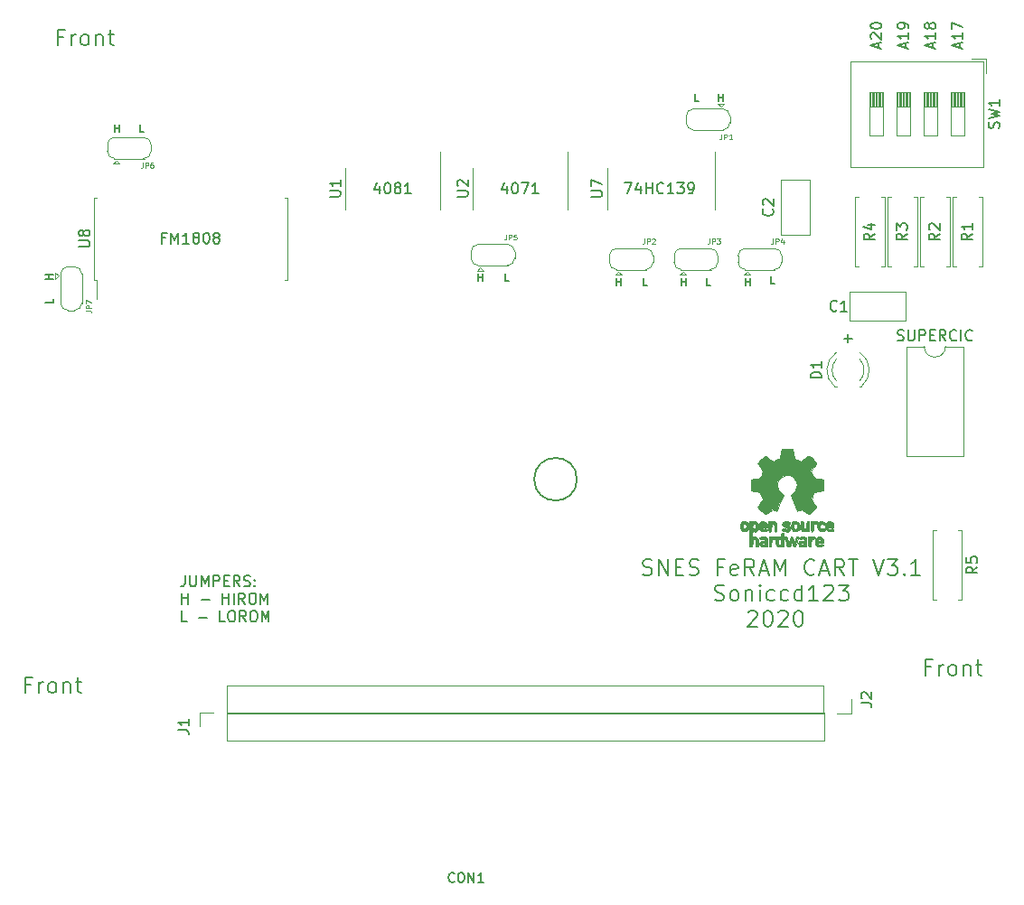
<source format=gbr>
G04 #@! TF.GenerationSoftware,KiCad,Pcbnew,(5.1.4)-1*
G04 #@! TF.CreationDate,2020-11-02T16:34:53-03:00*
G04 #@! TF.ProjectId,snes_feram,736e6573-5f66-4657-9261-6d2e6b696361,rev?*
G04 #@! TF.SameCoordinates,Original*
G04 #@! TF.FileFunction,Legend,Top*
G04 #@! TF.FilePolarity,Positive*
%FSLAX46Y46*%
G04 Gerber Fmt 4.6, Leading zero omitted, Abs format (unit mm)*
G04 Created by KiCad (PCBNEW (5.1.4)-1) date 2020-11-02 16:34:53*
%MOMM*%
%LPD*%
G04 APERTURE LIST*
%ADD10C,0.150000*%
%ADD11C,0.010000*%
%ADD12C,0.190500*%
%ADD13C,0.120000*%
%ADD14C,0.203200*%
%ADD15C,0.125000*%
G04 APERTURE END LIST*
D10*
X148376095Y-44791380D02*
X149042761Y-44791380D01*
X148614190Y-45791380D01*
X149852285Y-45124714D02*
X149852285Y-45791380D01*
X149614190Y-44743761D02*
X149376095Y-45458047D01*
X149995142Y-45458047D01*
X150376095Y-45791380D02*
X150376095Y-44791380D01*
X150376095Y-45267571D02*
X150947523Y-45267571D01*
X150947523Y-45791380D02*
X150947523Y-44791380D01*
X151995142Y-45696142D02*
X151947523Y-45743761D01*
X151804666Y-45791380D01*
X151709428Y-45791380D01*
X151566571Y-45743761D01*
X151471333Y-45648523D01*
X151423714Y-45553285D01*
X151376095Y-45362809D01*
X151376095Y-45219952D01*
X151423714Y-45029476D01*
X151471333Y-44934238D01*
X151566571Y-44839000D01*
X151709428Y-44791380D01*
X151804666Y-44791380D01*
X151947523Y-44839000D01*
X151995142Y-44886619D01*
X152947523Y-45791380D02*
X152376095Y-45791380D01*
X152661809Y-45791380D02*
X152661809Y-44791380D01*
X152566571Y-44934238D01*
X152471333Y-45029476D01*
X152376095Y-45077095D01*
X153280857Y-44791380D02*
X153899904Y-44791380D01*
X153566571Y-45172333D01*
X153709428Y-45172333D01*
X153804666Y-45219952D01*
X153852285Y-45267571D01*
X153899904Y-45362809D01*
X153899904Y-45600904D01*
X153852285Y-45696142D01*
X153804666Y-45743761D01*
X153709428Y-45791380D01*
X153423714Y-45791380D01*
X153328476Y-45743761D01*
X153280857Y-45696142D01*
X154376095Y-45791380D02*
X154566571Y-45791380D01*
X154661809Y-45743761D01*
X154709428Y-45696142D01*
X154804666Y-45553285D01*
X154852285Y-45362809D01*
X154852285Y-44981857D01*
X154804666Y-44886619D01*
X154757047Y-44839000D01*
X154661809Y-44791380D01*
X154471333Y-44791380D01*
X154376095Y-44839000D01*
X154328476Y-44886619D01*
X154280857Y-44981857D01*
X154280857Y-45219952D01*
X154328476Y-45315190D01*
X154376095Y-45362809D01*
X154471333Y-45410428D01*
X154661809Y-45410428D01*
X154757047Y-45362809D01*
X154804666Y-45315190D01*
X154852285Y-45219952D01*
X137318904Y-45124714D02*
X137318904Y-45791380D01*
X137080809Y-44743761D02*
X136842714Y-45458047D01*
X137461761Y-45458047D01*
X138033190Y-44791380D02*
X138128428Y-44791380D01*
X138223666Y-44839000D01*
X138271285Y-44886619D01*
X138318904Y-44981857D01*
X138366523Y-45172333D01*
X138366523Y-45410428D01*
X138318904Y-45600904D01*
X138271285Y-45696142D01*
X138223666Y-45743761D01*
X138128428Y-45791380D01*
X138033190Y-45791380D01*
X137937952Y-45743761D01*
X137890333Y-45696142D01*
X137842714Y-45600904D01*
X137795095Y-45410428D01*
X137795095Y-45172333D01*
X137842714Y-44981857D01*
X137890333Y-44886619D01*
X137937952Y-44839000D01*
X138033190Y-44791380D01*
X138699857Y-44791380D02*
X139366523Y-44791380D01*
X138937952Y-45791380D01*
X140271285Y-45791380D02*
X139699857Y-45791380D01*
X139985571Y-45791380D02*
X139985571Y-44791380D01*
X139890333Y-44934238D01*
X139795095Y-45029476D01*
X139699857Y-45077095D01*
X125380904Y-45124714D02*
X125380904Y-45791380D01*
X125142809Y-44743761D02*
X124904714Y-45458047D01*
X125523761Y-45458047D01*
X126095190Y-44791380D02*
X126190428Y-44791380D01*
X126285666Y-44839000D01*
X126333285Y-44886619D01*
X126380904Y-44981857D01*
X126428523Y-45172333D01*
X126428523Y-45410428D01*
X126380904Y-45600904D01*
X126333285Y-45696142D01*
X126285666Y-45743761D01*
X126190428Y-45791380D01*
X126095190Y-45791380D01*
X125999952Y-45743761D01*
X125952333Y-45696142D01*
X125904714Y-45600904D01*
X125857095Y-45410428D01*
X125857095Y-45172333D01*
X125904714Y-44981857D01*
X125952333Y-44886619D01*
X125999952Y-44839000D01*
X126095190Y-44791380D01*
X126999952Y-45219952D02*
X126904714Y-45172333D01*
X126857095Y-45124714D01*
X126809476Y-45029476D01*
X126809476Y-44981857D01*
X126857095Y-44886619D01*
X126904714Y-44839000D01*
X126999952Y-44791380D01*
X127190428Y-44791380D01*
X127285666Y-44839000D01*
X127333285Y-44886619D01*
X127380904Y-44981857D01*
X127380904Y-45029476D01*
X127333285Y-45124714D01*
X127285666Y-45172333D01*
X127190428Y-45219952D01*
X126999952Y-45219952D01*
X126904714Y-45267571D01*
X126857095Y-45315190D01*
X126809476Y-45410428D01*
X126809476Y-45600904D01*
X126857095Y-45696142D01*
X126904714Y-45743761D01*
X126999952Y-45791380D01*
X127190428Y-45791380D01*
X127285666Y-45743761D01*
X127333285Y-45696142D01*
X127380904Y-45600904D01*
X127380904Y-45410428D01*
X127333285Y-45315190D01*
X127285666Y-45267571D01*
X127190428Y-45219952D01*
X128333285Y-45791380D02*
X127761857Y-45791380D01*
X128047571Y-45791380D02*
X128047571Y-44791380D01*
X127952333Y-44934238D01*
X127857095Y-45029476D01*
X127761857Y-45077095D01*
X105362666Y-49966571D02*
X105029333Y-49966571D01*
X105029333Y-50490380D02*
X105029333Y-49490380D01*
X105505523Y-49490380D01*
X105886476Y-50490380D02*
X105886476Y-49490380D01*
X106219809Y-50204666D01*
X106553142Y-49490380D01*
X106553142Y-50490380D01*
X107553142Y-50490380D02*
X106981714Y-50490380D01*
X107267428Y-50490380D02*
X107267428Y-49490380D01*
X107172190Y-49633238D01*
X107076952Y-49728476D01*
X106981714Y-49776095D01*
X108124571Y-49918952D02*
X108029333Y-49871333D01*
X107981714Y-49823714D01*
X107934095Y-49728476D01*
X107934095Y-49680857D01*
X107981714Y-49585619D01*
X108029333Y-49538000D01*
X108124571Y-49490380D01*
X108315047Y-49490380D01*
X108410285Y-49538000D01*
X108457904Y-49585619D01*
X108505523Y-49680857D01*
X108505523Y-49728476D01*
X108457904Y-49823714D01*
X108410285Y-49871333D01*
X108315047Y-49918952D01*
X108124571Y-49918952D01*
X108029333Y-49966571D01*
X107981714Y-50014190D01*
X107934095Y-50109428D01*
X107934095Y-50299904D01*
X107981714Y-50395142D01*
X108029333Y-50442761D01*
X108124571Y-50490380D01*
X108315047Y-50490380D01*
X108410285Y-50442761D01*
X108457904Y-50395142D01*
X108505523Y-50299904D01*
X108505523Y-50109428D01*
X108457904Y-50014190D01*
X108410285Y-49966571D01*
X108315047Y-49918952D01*
X109124571Y-49490380D02*
X109219809Y-49490380D01*
X109315047Y-49538000D01*
X109362666Y-49585619D01*
X109410285Y-49680857D01*
X109457904Y-49871333D01*
X109457904Y-50109428D01*
X109410285Y-50299904D01*
X109362666Y-50395142D01*
X109315047Y-50442761D01*
X109219809Y-50490380D01*
X109124571Y-50490380D01*
X109029333Y-50442761D01*
X108981714Y-50395142D01*
X108934095Y-50299904D01*
X108886476Y-50109428D01*
X108886476Y-49871333D01*
X108934095Y-49680857D01*
X108981714Y-49585619D01*
X109029333Y-49538000D01*
X109124571Y-49490380D01*
X110029333Y-49918952D02*
X109934095Y-49871333D01*
X109886476Y-49823714D01*
X109838857Y-49728476D01*
X109838857Y-49680857D01*
X109886476Y-49585619D01*
X109934095Y-49538000D01*
X110029333Y-49490380D01*
X110219809Y-49490380D01*
X110315047Y-49538000D01*
X110362666Y-49585619D01*
X110410285Y-49680857D01*
X110410285Y-49728476D01*
X110362666Y-49823714D01*
X110315047Y-49871333D01*
X110219809Y-49918952D01*
X110029333Y-49918952D01*
X109934095Y-49966571D01*
X109886476Y-50014190D01*
X109838857Y-50109428D01*
X109838857Y-50299904D01*
X109886476Y-50395142D01*
X109934095Y-50442761D01*
X110029333Y-50490380D01*
X110219809Y-50490380D01*
X110315047Y-50442761D01*
X110362666Y-50395142D01*
X110410285Y-50299904D01*
X110410285Y-50109428D01*
X110362666Y-50014190D01*
X110315047Y-49966571D01*
X110219809Y-49918952D01*
X168910047Y-59380428D02*
X169671952Y-59380428D01*
X169291000Y-59761380D02*
X169291000Y-58999476D01*
X179744666Y-32178476D02*
X179744666Y-31702285D01*
X180030380Y-32273714D02*
X179030380Y-31940380D01*
X180030380Y-31607047D01*
X180030380Y-30749904D02*
X180030380Y-31321333D01*
X180030380Y-31035619D02*
X179030380Y-31035619D01*
X179173238Y-31130857D01*
X179268476Y-31226095D01*
X179316095Y-31321333D01*
X179030380Y-30416571D02*
X179030380Y-29749904D01*
X180030380Y-30178476D01*
X177204666Y-32178476D02*
X177204666Y-31702285D01*
X177490380Y-32273714D02*
X176490380Y-31940380D01*
X177490380Y-31607047D01*
X177490380Y-30749904D02*
X177490380Y-31321333D01*
X177490380Y-31035619D02*
X176490380Y-31035619D01*
X176633238Y-31130857D01*
X176728476Y-31226095D01*
X176776095Y-31321333D01*
X176918952Y-30178476D02*
X176871333Y-30273714D01*
X176823714Y-30321333D01*
X176728476Y-30368952D01*
X176680857Y-30368952D01*
X176585619Y-30321333D01*
X176538000Y-30273714D01*
X176490380Y-30178476D01*
X176490380Y-29988000D01*
X176538000Y-29892761D01*
X176585619Y-29845142D01*
X176680857Y-29797523D01*
X176728476Y-29797523D01*
X176823714Y-29845142D01*
X176871333Y-29892761D01*
X176918952Y-29988000D01*
X176918952Y-30178476D01*
X176966571Y-30273714D01*
X177014190Y-30321333D01*
X177109428Y-30368952D01*
X177299904Y-30368952D01*
X177395142Y-30321333D01*
X177442761Y-30273714D01*
X177490380Y-30178476D01*
X177490380Y-29988000D01*
X177442761Y-29892761D01*
X177395142Y-29845142D01*
X177299904Y-29797523D01*
X177109428Y-29797523D01*
X177014190Y-29845142D01*
X176966571Y-29892761D01*
X176918952Y-29988000D01*
X174664666Y-32178476D02*
X174664666Y-31702285D01*
X174950380Y-32273714D02*
X173950380Y-31940380D01*
X174950380Y-31607047D01*
X174950380Y-30749904D02*
X174950380Y-31321333D01*
X174950380Y-31035619D02*
X173950380Y-31035619D01*
X174093238Y-31130857D01*
X174188476Y-31226095D01*
X174236095Y-31321333D01*
X174950380Y-30273714D02*
X174950380Y-30083238D01*
X174902761Y-29988000D01*
X174855142Y-29940380D01*
X174712285Y-29845142D01*
X174521809Y-29797523D01*
X174140857Y-29797523D01*
X174045619Y-29845142D01*
X173998000Y-29892761D01*
X173950380Y-29988000D01*
X173950380Y-30178476D01*
X173998000Y-30273714D01*
X174045619Y-30321333D01*
X174140857Y-30368952D01*
X174378952Y-30368952D01*
X174474190Y-30321333D01*
X174521809Y-30273714D01*
X174569428Y-30178476D01*
X174569428Y-29988000D01*
X174521809Y-29892761D01*
X174474190Y-29845142D01*
X174378952Y-29797523D01*
X172124666Y-32178476D02*
X172124666Y-31702285D01*
X172410380Y-32273714D02*
X171410380Y-31940380D01*
X172410380Y-31607047D01*
X171505619Y-31321333D02*
X171458000Y-31273714D01*
X171410380Y-31178476D01*
X171410380Y-30940380D01*
X171458000Y-30845142D01*
X171505619Y-30797523D01*
X171600857Y-30749904D01*
X171696095Y-30749904D01*
X171838952Y-30797523D01*
X172410380Y-31368952D01*
X172410380Y-30749904D01*
X171410380Y-30130857D02*
X171410380Y-30035619D01*
X171458000Y-29940380D01*
X171505619Y-29892761D01*
X171600857Y-29845142D01*
X171791333Y-29797523D01*
X172029428Y-29797523D01*
X172219904Y-29845142D01*
X172315142Y-29892761D01*
X172362761Y-29940380D01*
X172410380Y-30035619D01*
X172410380Y-30130857D01*
X172362761Y-30226095D01*
X172315142Y-30273714D01*
X172219904Y-30321333D01*
X172029428Y-30368952D01*
X171791333Y-30368952D01*
X171600857Y-30321333D01*
X171505619Y-30273714D01*
X171458000Y-30226095D01*
X171410380Y-30130857D01*
X107174309Y-81622380D02*
X107174309Y-82336666D01*
X107126690Y-82479523D01*
X107031452Y-82574761D01*
X106888595Y-82622380D01*
X106793357Y-82622380D01*
X107650500Y-81622380D02*
X107650500Y-82431904D01*
X107698119Y-82527142D01*
X107745738Y-82574761D01*
X107840976Y-82622380D01*
X108031452Y-82622380D01*
X108126690Y-82574761D01*
X108174309Y-82527142D01*
X108221928Y-82431904D01*
X108221928Y-81622380D01*
X108698119Y-82622380D02*
X108698119Y-81622380D01*
X109031452Y-82336666D01*
X109364785Y-81622380D01*
X109364785Y-82622380D01*
X109840976Y-82622380D02*
X109840976Y-81622380D01*
X110221928Y-81622380D01*
X110317166Y-81670000D01*
X110364785Y-81717619D01*
X110412404Y-81812857D01*
X110412404Y-81955714D01*
X110364785Y-82050952D01*
X110317166Y-82098571D01*
X110221928Y-82146190D01*
X109840976Y-82146190D01*
X110840976Y-82098571D02*
X111174309Y-82098571D01*
X111317166Y-82622380D02*
X110840976Y-82622380D01*
X110840976Y-81622380D01*
X111317166Y-81622380D01*
X112317166Y-82622380D02*
X111983833Y-82146190D01*
X111745738Y-82622380D02*
X111745738Y-81622380D01*
X112126690Y-81622380D01*
X112221928Y-81670000D01*
X112269547Y-81717619D01*
X112317166Y-81812857D01*
X112317166Y-81955714D01*
X112269547Y-82050952D01*
X112221928Y-82098571D01*
X112126690Y-82146190D01*
X111745738Y-82146190D01*
X112698119Y-82574761D02*
X112840976Y-82622380D01*
X113079071Y-82622380D01*
X113174309Y-82574761D01*
X113221928Y-82527142D01*
X113269547Y-82431904D01*
X113269547Y-82336666D01*
X113221928Y-82241428D01*
X113174309Y-82193809D01*
X113079071Y-82146190D01*
X112888595Y-82098571D01*
X112793357Y-82050952D01*
X112745738Y-82003333D01*
X112698119Y-81908095D01*
X112698119Y-81812857D01*
X112745738Y-81717619D01*
X112793357Y-81670000D01*
X112888595Y-81622380D01*
X113126690Y-81622380D01*
X113269547Y-81670000D01*
X113698119Y-82527142D02*
X113745738Y-82574761D01*
X113698119Y-82622380D01*
X113650500Y-82574761D01*
X113698119Y-82527142D01*
X113698119Y-82622380D01*
X113698119Y-82003333D02*
X113745738Y-82050952D01*
X113698119Y-82098571D01*
X113650500Y-82050952D01*
X113698119Y-82003333D01*
X113698119Y-82098571D01*
X106888595Y-84272380D02*
X106888595Y-83272380D01*
X106888595Y-83748571D02*
X107460023Y-83748571D01*
X107460023Y-84272380D02*
X107460023Y-83272380D01*
X108698119Y-83891428D02*
X109460023Y-83891428D01*
X110698119Y-84272380D02*
X110698119Y-83272380D01*
X110698119Y-83748571D02*
X111269547Y-83748571D01*
X111269547Y-84272380D02*
X111269547Y-83272380D01*
X111745738Y-84272380D02*
X111745738Y-83272380D01*
X112793357Y-84272380D02*
X112460023Y-83796190D01*
X112221928Y-84272380D02*
X112221928Y-83272380D01*
X112602880Y-83272380D01*
X112698119Y-83320000D01*
X112745738Y-83367619D01*
X112793357Y-83462857D01*
X112793357Y-83605714D01*
X112745738Y-83700952D01*
X112698119Y-83748571D01*
X112602880Y-83796190D01*
X112221928Y-83796190D01*
X113412404Y-83272380D02*
X113602880Y-83272380D01*
X113698119Y-83320000D01*
X113793357Y-83415238D01*
X113840976Y-83605714D01*
X113840976Y-83939047D01*
X113793357Y-84129523D01*
X113698119Y-84224761D01*
X113602880Y-84272380D01*
X113412404Y-84272380D01*
X113317166Y-84224761D01*
X113221928Y-84129523D01*
X113174309Y-83939047D01*
X113174309Y-83605714D01*
X113221928Y-83415238D01*
X113317166Y-83320000D01*
X113412404Y-83272380D01*
X114269547Y-84272380D02*
X114269547Y-83272380D01*
X114602880Y-83986666D01*
X114936214Y-83272380D01*
X114936214Y-84272380D01*
X107364785Y-85922380D02*
X106888595Y-85922380D01*
X106888595Y-84922380D01*
X108460023Y-85541428D02*
X109221928Y-85541428D01*
X110936214Y-85922380D02*
X110460023Y-85922380D01*
X110460023Y-84922380D01*
X111460023Y-84922380D02*
X111650500Y-84922380D01*
X111745738Y-84970000D01*
X111840976Y-85065238D01*
X111888595Y-85255714D01*
X111888595Y-85589047D01*
X111840976Y-85779523D01*
X111745738Y-85874761D01*
X111650500Y-85922380D01*
X111460023Y-85922380D01*
X111364785Y-85874761D01*
X111269547Y-85779523D01*
X111221928Y-85589047D01*
X111221928Y-85255714D01*
X111269547Y-85065238D01*
X111364785Y-84970000D01*
X111460023Y-84922380D01*
X112888595Y-85922380D02*
X112555261Y-85446190D01*
X112317166Y-85922380D02*
X112317166Y-84922380D01*
X112698119Y-84922380D01*
X112793357Y-84970000D01*
X112840976Y-85017619D01*
X112888595Y-85112857D01*
X112888595Y-85255714D01*
X112840976Y-85350952D01*
X112793357Y-85398571D01*
X112698119Y-85446190D01*
X112317166Y-85446190D01*
X113507642Y-84922380D02*
X113698119Y-84922380D01*
X113793357Y-84970000D01*
X113888595Y-85065238D01*
X113936214Y-85255714D01*
X113936214Y-85589047D01*
X113888595Y-85779523D01*
X113793357Y-85874761D01*
X113698119Y-85922380D01*
X113507642Y-85922380D01*
X113412404Y-85874761D01*
X113317166Y-85779523D01*
X113269547Y-85589047D01*
X113269547Y-85255714D01*
X113317166Y-85065238D01*
X113412404Y-84970000D01*
X113507642Y-84922380D01*
X114364785Y-85922380D02*
X114364785Y-84922380D01*
X114698119Y-85636666D01*
X115031452Y-84922380D01*
X115031452Y-85922380D01*
X95754285Y-31134857D02*
X95254285Y-31134857D01*
X95254285Y-31920571D02*
X95254285Y-30420571D01*
X95968571Y-30420571D01*
X96540000Y-31920571D02*
X96540000Y-30920571D01*
X96540000Y-31206285D02*
X96611428Y-31063428D01*
X96682857Y-30992000D01*
X96825714Y-30920571D01*
X96968571Y-30920571D01*
X97682857Y-31920571D02*
X97540000Y-31849142D01*
X97468571Y-31777714D01*
X97397142Y-31634857D01*
X97397142Y-31206285D01*
X97468571Y-31063428D01*
X97540000Y-30992000D01*
X97682857Y-30920571D01*
X97897142Y-30920571D01*
X98040000Y-30992000D01*
X98111428Y-31063428D01*
X98182857Y-31206285D01*
X98182857Y-31634857D01*
X98111428Y-31777714D01*
X98040000Y-31849142D01*
X97897142Y-31920571D01*
X97682857Y-31920571D01*
X98825714Y-30920571D02*
X98825714Y-31920571D01*
X98825714Y-31063428D02*
X98897142Y-30992000D01*
X99040000Y-30920571D01*
X99254285Y-30920571D01*
X99397142Y-30992000D01*
X99468571Y-31134857D01*
X99468571Y-31920571D01*
X99968571Y-30920571D02*
X100540000Y-30920571D01*
X100182857Y-30420571D02*
X100182857Y-31706285D01*
X100254285Y-31849142D01*
X100397142Y-31920571D01*
X100540000Y-31920571D01*
X177034285Y-90189857D02*
X176534285Y-90189857D01*
X176534285Y-90975571D02*
X176534285Y-89475571D01*
X177248571Y-89475571D01*
X177820000Y-90975571D02*
X177820000Y-89975571D01*
X177820000Y-90261285D02*
X177891428Y-90118428D01*
X177962857Y-90047000D01*
X178105714Y-89975571D01*
X178248571Y-89975571D01*
X178962857Y-90975571D02*
X178820000Y-90904142D01*
X178748571Y-90832714D01*
X178677142Y-90689857D01*
X178677142Y-90261285D01*
X178748571Y-90118428D01*
X178820000Y-90047000D01*
X178962857Y-89975571D01*
X179177142Y-89975571D01*
X179320000Y-90047000D01*
X179391428Y-90118428D01*
X179462857Y-90261285D01*
X179462857Y-90689857D01*
X179391428Y-90832714D01*
X179320000Y-90904142D01*
X179177142Y-90975571D01*
X178962857Y-90975571D01*
X180105714Y-89975571D02*
X180105714Y-90975571D01*
X180105714Y-90118428D02*
X180177142Y-90047000D01*
X180320000Y-89975571D01*
X180534285Y-89975571D01*
X180677142Y-90047000D01*
X180748571Y-90189857D01*
X180748571Y-90975571D01*
X181248571Y-89975571D02*
X181820000Y-89975571D01*
X181462857Y-89475571D02*
X181462857Y-90761285D01*
X181534285Y-90904142D01*
X181677142Y-90975571D01*
X181820000Y-90975571D01*
X92706285Y-91840857D02*
X92206285Y-91840857D01*
X92206285Y-92626571D02*
X92206285Y-91126571D01*
X92920571Y-91126571D01*
X93492000Y-92626571D02*
X93492000Y-91626571D01*
X93492000Y-91912285D02*
X93563428Y-91769428D01*
X93634857Y-91698000D01*
X93777714Y-91626571D01*
X93920571Y-91626571D01*
X94634857Y-92626571D02*
X94492000Y-92555142D01*
X94420571Y-92483714D01*
X94349142Y-92340857D01*
X94349142Y-91912285D01*
X94420571Y-91769428D01*
X94492000Y-91698000D01*
X94634857Y-91626571D01*
X94849142Y-91626571D01*
X94992000Y-91698000D01*
X95063428Y-91769428D01*
X95134857Y-91912285D01*
X95134857Y-92340857D01*
X95063428Y-92483714D01*
X94992000Y-92555142D01*
X94849142Y-92626571D01*
X94634857Y-92626571D01*
X95777714Y-91626571D02*
X95777714Y-92626571D01*
X95777714Y-91769428D02*
X95849142Y-91698000D01*
X95992000Y-91626571D01*
X96206285Y-91626571D01*
X96349142Y-91698000D01*
X96420571Y-91840857D01*
X96420571Y-92626571D01*
X96920571Y-91626571D02*
X97492000Y-91626571D01*
X97134857Y-91126571D02*
X97134857Y-92412285D01*
X97206285Y-92555142D01*
X97349142Y-92626571D01*
X97492000Y-92626571D01*
X150068000Y-81519142D02*
X150282285Y-81590571D01*
X150639428Y-81590571D01*
X150782285Y-81519142D01*
X150853714Y-81447714D01*
X150925142Y-81304857D01*
X150925142Y-81162000D01*
X150853714Y-81019142D01*
X150782285Y-80947714D01*
X150639428Y-80876285D01*
X150353714Y-80804857D01*
X150210857Y-80733428D01*
X150139428Y-80662000D01*
X150068000Y-80519142D01*
X150068000Y-80376285D01*
X150139428Y-80233428D01*
X150210857Y-80162000D01*
X150353714Y-80090571D01*
X150710857Y-80090571D01*
X150925142Y-80162000D01*
X151568000Y-81590571D02*
X151568000Y-80090571D01*
X152425142Y-81590571D01*
X152425142Y-80090571D01*
X153139428Y-80804857D02*
X153639428Y-80804857D01*
X153853714Y-81590571D02*
X153139428Y-81590571D01*
X153139428Y-80090571D01*
X153853714Y-80090571D01*
X154425142Y-81519142D02*
X154639428Y-81590571D01*
X154996571Y-81590571D01*
X155139428Y-81519142D01*
X155210857Y-81447714D01*
X155282285Y-81304857D01*
X155282285Y-81162000D01*
X155210857Y-81019142D01*
X155139428Y-80947714D01*
X154996571Y-80876285D01*
X154710857Y-80804857D01*
X154568000Y-80733428D01*
X154496571Y-80662000D01*
X154425142Y-80519142D01*
X154425142Y-80376285D01*
X154496571Y-80233428D01*
X154568000Y-80162000D01*
X154710857Y-80090571D01*
X155068000Y-80090571D01*
X155282285Y-80162000D01*
X157568000Y-80804857D02*
X157068000Y-80804857D01*
X157068000Y-81590571D02*
X157068000Y-80090571D01*
X157782285Y-80090571D01*
X158925142Y-81519142D02*
X158782285Y-81590571D01*
X158496571Y-81590571D01*
X158353714Y-81519142D01*
X158282285Y-81376285D01*
X158282285Y-80804857D01*
X158353714Y-80662000D01*
X158496571Y-80590571D01*
X158782285Y-80590571D01*
X158925142Y-80662000D01*
X158996571Y-80804857D01*
X158996571Y-80947714D01*
X158282285Y-81090571D01*
X160496571Y-81590571D02*
X159996571Y-80876285D01*
X159639428Y-81590571D02*
X159639428Y-80090571D01*
X160210857Y-80090571D01*
X160353714Y-80162000D01*
X160425142Y-80233428D01*
X160496571Y-80376285D01*
X160496571Y-80590571D01*
X160425142Y-80733428D01*
X160353714Y-80804857D01*
X160210857Y-80876285D01*
X159639428Y-80876285D01*
X161068000Y-81162000D02*
X161782285Y-81162000D01*
X160925142Y-81590571D02*
X161425142Y-80090571D01*
X161925142Y-81590571D01*
X162425142Y-81590571D02*
X162425142Y-80090571D01*
X162925142Y-81162000D01*
X163425142Y-80090571D01*
X163425142Y-81590571D01*
X166139428Y-81447714D02*
X166068000Y-81519142D01*
X165853714Y-81590571D01*
X165710857Y-81590571D01*
X165496571Y-81519142D01*
X165353714Y-81376285D01*
X165282285Y-81233428D01*
X165210857Y-80947714D01*
X165210857Y-80733428D01*
X165282285Y-80447714D01*
X165353714Y-80304857D01*
X165496571Y-80162000D01*
X165710857Y-80090571D01*
X165853714Y-80090571D01*
X166068000Y-80162000D01*
X166139428Y-80233428D01*
X166710857Y-81162000D02*
X167425142Y-81162000D01*
X166568000Y-81590571D02*
X167068000Y-80090571D01*
X167568000Y-81590571D01*
X168925142Y-81590571D02*
X168425142Y-80876285D01*
X168068000Y-81590571D02*
X168068000Y-80090571D01*
X168639428Y-80090571D01*
X168782285Y-80162000D01*
X168853714Y-80233428D01*
X168925142Y-80376285D01*
X168925142Y-80590571D01*
X168853714Y-80733428D01*
X168782285Y-80804857D01*
X168639428Y-80876285D01*
X168068000Y-80876285D01*
X169353714Y-80090571D02*
X170210857Y-80090571D01*
X169782285Y-81590571D02*
X169782285Y-80090571D01*
X171639428Y-80090571D02*
X172139428Y-81590571D01*
X172639428Y-80090571D01*
X172996571Y-80090571D02*
X173925142Y-80090571D01*
X173425142Y-80662000D01*
X173639428Y-80662000D01*
X173782285Y-80733428D01*
X173853714Y-80804857D01*
X173925142Y-80947714D01*
X173925142Y-81304857D01*
X173853714Y-81447714D01*
X173782285Y-81519142D01*
X173639428Y-81590571D01*
X173210857Y-81590571D01*
X173068000Y-81519142D01*
X172996571Y-81447714D01*
X174568000Y-81447714D02*
X174639428Y-81519142D01*
X174568000Y-81590571D01*
X174496571Y-81519142D01*
X174568000Y-81447714D01*
X174568000Y-81590571D01*
X176068000Y-81590571D02*
X175210857Y-81590571D01*
X175639428Y-81590571D02*
X175639428Y-80090571D01*
X175496571Y-80304857D01*
X175353714Y-80447714D01*
X175210857Y-80519142D01*
X156818000Y-83919142D02*
X157032285Y-83990571D01*
X157389428Y-83990571D01*
X157532285Y-83919142D01*
X157603714Y-83847714D01*
X157675142Y-83704857D01*
X157675142Y-83562000D01*
X157603714Y-83419142D01*
X157532285Y-83347714D01*
X157389428Y-83276285D01*
X157103714Y-83204857D01*
X156960857Y-83133428D01*
X156889428Y-83062000D01*
X156818000Y-82919142D01*
X156818000Y-82776285D01*
X156889428Y-82633428D01*
X156960857Y-82562000D01*
X157103714Y-82490571D01*
X157460857Y-82490571D01*
X157675142Y-82562000D01*
X158532285Y-83990571D02*
X158389428Y-83919142D01*
X158318000Y-83847714D01*
X158246571Y-83704857D01*
X158246571Y-83276285D01*
X158318000Y-83133428D01*
X158389428Y-83062000D01*
X158532285Y-82990571D01*
X158746571Y-82990571D01*
X158889428Y-83062000D01*
X158960857Y-83133428D01*
X159032285Y-83276285D01*
X159032285Y-83704857D01*
X158960857Y-83847714D01*
X158889428Y-83919142D01*
X158746571Y-83990571D01*
X158532285Y-83990571D01*
X159675142Y-82990571D02*
X159675142Y-83990571D01*
X159675142Y-83133428D02*
X159746571Y-83062000D01*
X159889428Y-82990571D01*
X160103714Y-82990571D01*
X160246571Y-83062000D01*
X160318000Y-83204857D01*
X160318000Y-83990571D01*
X161032285Y-83990571D02*
X161032285Y-82990571D01*
X161032285Y-82490571D02*
X160960857Y-82562000D01*
X161032285Y-82633428D01*
X161103714Y-82562000D01*
X161032285Y-82490571D01*
X161032285Y-82633428D01*
X162389428Y-83919142D02*
X162246571Y-83990571D01*
X161960857Y-83990571D01*
X161818000Y-83919142D01*
X161746571Y-83847714D01*
X161675142Y-83704857D01*
X161675142Y-83276285D01*
X161746571Y-83133428D01*
X161818000Y-83062000D01*
X161960857Y-82990571D01*
X162246571Y-82990571D01*
X162389428Y-83062000D01*
X163675142Y-83919142D02*
X163532285Y-83990571D01*
X163246571Y-83990571D01*
X163103714Y-83919142D01*
X163032285Y-83847714D01*
X162960857Y-83704857D01*
X162960857Y-83276285D01*
X163032285Y-83133428D01*
X163103714Y-83062000D01*
X163246571Y-82990571D01*
X163532285Y-82990571D01*
X163675142Y-83062000D01*
X164960857Y-83990571D02*
X164960857Y-82490571D01*
X164960857Y-83919142D02*
X164818000Y-83990571D01*
X164532285Y-83990571D01*
X164389428Y-83919142D01*
X164318000Y-83847714D01*
X164246571Y-83704857D01*
X164246571Y-83276285D01*
X164318000Y-83133428D01*
X164389428Y-83062000D01*
X164532285Y-82990571D01*
X164818000Y-82990571D01*
X164960857Y-83062000D01*
X166460857Y-83990571D02*
X165603714Y-83990571D01*
X166032285Y-83990571D02*
X166032285Y-82490571D01*
X165889428Y-82704857D01*
X165746571Y-82847714D01*
X165603714Y-82919142D01*
X167032285Y-82633428D02*
X167103714Y-82562000D01*
X167246571Y-82490571D01*
X167603714Y-82490571D01*
X167746571Y-82562000D01*
X167818000Y-82633428D01*
X167889428Y-82776285D01*
X167889428Y-82919142D01*
X167818000Y-83133428D01*
X166960857Y-83990571D01*
X167889428Y-83990571D01*
X168389428Y-82490571D02*
X169318000Y-82490571D01*
X168818000Y-83062000D01*
X169032285Y-83062000D01*
X169175142Y-83133428D01*
X169246571Y-83204857D01*
X169318000Y-83347714D01*
X169318000Y-83704857D01*
X169246571Y-83847714D01*
X169175142Y-83919142D01*
X169032285Y-83990571D01*
X168603714Y-83990571D01*
X168460857Y-83919142D01*
X168389428Y-83847714D01*
X159925142Y-85033428D02*
X159996571Y-84962000D01*
X160139428Y-84890571D01*
X160496571Y-84890571D01*
X160639428Y-84962000D01*
X160710857Y-85033428D01*
X160782285Y-85176285D01*
X160782285Y-85319142D01*
X160710857Y-85533428D01*
X159853714Y-86390571D01*
X160782285Y-86390571D01*
X161710857Y-84890571D02*
X161853714Y-84890571D01*
X161996571Y-84962000D01*
X162068000Y-85033428D01*
X162139428Y-85176285D01*
X162210857Y-85462000D01*
X162210857Y-85819142D01*
X162139428Y-86104857D01*
X162068000Y-86247714D01*
X161996571Y-86319142D01*
X161853714Y-86390571D01*
X161710857Y-86390571D01*
X161568000Y-86319142D01*
X161496571Y-86247714D01*
X161425142Y-86104857D01*
X161353714Y-85819142D01*
X161353714Y-85462000D01*
X161425142Y-85176285D01*
X161496571Y-85033428D01*
X161568000Y-84962000D01*
X161710857Y-84890571D01*
X162782285Y-85033428D02*
X162853714Y-84962000D01*
X162996571Y-84890571D01*
X163353714Y-84890571D01*
X163496571Y-84962000D01*
X163568000Y-85033428D01*
X163639428Y-85176285D01*
X163639428Y-85319142D01*
X163568000Y-85533428D01*
X162710857Y-86390571D01*
X163639428Y-86390571D01*
X164568000Y-84890571D02*
X164710857Y-84890571D01*
X164853714Y-84962000D01*
X164925142Y-85033428D01*
X164996571Y-85176285D01*
X165068000Y-85462000D01*
X165068000Y-85819142D01*
X164996571Y-86104857D01*
X164925142Y-86247714D01*
X164853714Y-86319142D01*
X164710857Y-86390571D01*
X164568000Y-86390571D01*
X164425142Y-86319142D01*
X164353714Y-86247714D01*
X164282285Y-86104857D01*
X164210857Y-85819142D01*
X164210857Y-85462000D01*
X164282285Y-85176285D01*
X164353714Y-85033428D01*
X164425142Y-84962000D01*
X164568000Y-84890571D01*
X94804666Y-53794000D02*
X94104666Y-53794000D01*
X94438000Y-53794000D02*
X94438000Y-53394000D01*
X94804666Y-53394000D02*
X94104666Y-53394000D01*
X100638000Y-40067666D02*
X100638000Y-39367666D01*
X100638000Y-39701000D02*
X101038000Y-39701000D01*
X101038000Y-40067666D02*
X101038000Y-39367666D01*
X134674000Y-54037666D02*
X134674000Y-53337666D01*
X134674000Y-53671000D02*
X135074000Y-53671000D01*
X135074000Y-54037666D02*
X135074000Y-53337666D01*
X157153000Y-37146666D02*
X157153000Y-36446666D01*
X157153000Y-36780000D02*
X157553000Y-36780000D01*
X157553000Y-37146666D02*
X157553000Y-36446666D01*
X147628000Y-54418666D02*
X147628000Y-53718666D01*
X147628000Y-54052000D02*
X148028000Y-54052000D01*
X148028000Y-54418666D02*
X148028000Y-53718666D01*
X153724000Y-54418666D02*
X153724000Y-53718666D01*
X153724000Y-54052000D02*
X154124000Y-54052000D01*
X154124000Y-54418666D02*
X154124000Y-53718666D01*
X159693000Y-54418666D02*
X159693000Y-53718666D01*
X159693000Y-54052000D02*
X160093000Y-54052000D01*
X160093000Y-54418666D02*
X160093000Y-53718666D01*
X94804666Y-55663333D02*
X94804666Y-55996666D01*
X94104666Y-55996666D01*
X103340666Y-40067666D02*
X103007333Y-40067666D01*
X103007333Y-39367666D01*
X155283666Y-37146666D02*
X154950333Y-37146666D01*
X154950333Y-36446666D01*
X137503666Y-54037666D02*
X137170333Y-54037666D01*
X137170333Y-53337666D01*
X150457666Y-54418666D02*
X150124333Y-54418666D01*
X150124333Y-53718666D01*
X156426666Y-54418666D02*
X156093333Y-54418666D01*
X156093333Y-53718666D01*
X162395666Y-54291666D02*
X162062333Y-54291666D01*
X162062333Y-53591666D01*
D11*
G36*
X164154971Y-70165265D02*
G01*
X164195703Y-70366553D01*
X164234673Y-70527757D01*
X164265618Y-70624095D01*
X164274805Y-70639329D01*
X164339544Y-70674395D01*
X164467632Y-70732008D01*
X164587575Y-70781888D01*
X164862551Y-70892647D01*
X165230877Y-70638023D01*
X165400664Y-70523895D01*
X165540026Y-70436222D01*
X165627294Y-70388390D01*
X165643169Y-70383399D01*
X165697602Y-70417650D01*
X165799928Y-70506795D01*
X165929837Y-70630424D01*
X166067021Y-70768127D01*
X166191168Y-70899492D01*
X166281970Y-71004109D01*
X166319115Y-71061567D01*
X166319199Y-71062780D01*
X166291712Y-71120658D01*
X166218387Y-71239142D01*
X166112927Y-71396517D01*
X166067351Y-71461894D01*
X165815502Y-71819361D01*
X165894493Y-72003080D01*
X165961175Y-72163718D01*
X166018622Y-72310863D01*
X166023200Y-72323310D01*
X166115911Y-72447878D01*
X166208757Y-72486492D01*
X166331801Y-72510175D01*
X166510744Y-72544080D01*
X166662100Y-72572490D01*
X166979600Y-72631818D01*
X166979600Y-73627215D01*
X166590289Y-73690018D01*
X166392576Y-73730357D01*
X166227917Y-73779229D01*
X166127811Y-73827011D01*
X166120189Y-73833610D01*
X166059515Y-73925346D01*
X165989000Y-74075821D01*
X165944178Y-74194537D01*
X165848956Y-74474673D01*
X166084078Y-74811018D01*
X166193789Y-74973216D01*
X166276171Y-75105018D01*
X166317092Y-75183494D01*
X166319200Y-75192548D01*
X166284898Y-75247647D01*
X166195616Y-75350504D01*
X166071781Y-75480793D01*
X165933826Y-75618187D01*
X165802181Y-75742360D01*
X165697276Y-75832986D01*
X165639541Y-75869737D01*
X165638484Y-75869800D01*
X165579524Y-75842117D01*
X165461507Y-75768672D01*
X165307245Y-75663865D01*
X165265803Y-75634531D01*
X164936105Y-75399263D01*
X164760563Y-75482973D01*
X164638988Y-75531723D01*
X164558457Y-75547268D01*
X164549466Y-75544709D01*
X164519179Y-75492380D01*
X164458644Y-75362157D01*
X164375134Y-75170566D01*
X164275920Y-74934133D01*
X164211353Y-74776323D01*
X163908795Y-74029912D01*
X164100505Y-73876117D01*
X164321509Y-73643559D01*
X164449537Y-73380871D01*
X164482025Y-73098815D01*
X164416411Y-72808154D01*
X164376100Y-72718674D01*
X164206058Y-72480836D01*
X163986892Y-72319195D01*
X163736975Y-72234006D01*
X163474679Y-72225527D01*
X163218378Y-72294015D01*
X162986444Y-72439727D01*
X162797250Y-72662920D01*
X162777509Y-72696302D01*
X162678797Y-72966416D01*
X162674129Y-73245955D01*
X162759508Y-73517700D01*
X162930934Y-73764429D01*
X163051494Y-73876117D01*
X163243204Y-74029912D01*
X162940646Y-74776323D01*
X162835463Y-75031860D01*
X162741586Y-75252549D01*
X162666286Y-75421865D01*
X162616834Y-75523284D01*
X162602533Y-75544709D01*
X162538016Y-75539036D01*
X162422864Y-75497353D01*
X162391436Y-75482973D01*
X162215894Y-75399263D01*
X161886196Y-75634531D01*
X161726021Y-75744978D01*
X161595906Y-75827609D01*
X161518880Y-75867995D01*
X161510681Y-75869800D01*
X161456602Y-75835912D01*
X161351079Y-75745344D01*
X161212999Y-75614739D01*
X161148832Y-75550933D01*
X161007547Y-75403884D01*
X160898863Y-75282207D01*
X160839247Y-75204725D01*
X160832800Y-75189714D01*
X160860109Y-75130897D01*
X160932635Y-75012311D01*
X161036275Y-74856673D01*
X161067921Y-74811018D01*
X161303043Y-74474673D01*
X161207821Y-74194537D01*
X161141590Y-74026040D01*
X161072074Y-73889370D01*
X161031810Y-73833610D01*
X160944346Y-73786842D01*
X160787514Y-73737514D01*
X160592814Y-73695248D01*
X160561710Y-73690018D01*
X160172400Y-73627215D01*
X160172400Y-72631818D01*
X160489900Y-72572490D01*
X160681904Y-72536410D01*
X160852617Y-72503985D01*
X160943242Y-72486492D01*
X161075899Y-72412868D01*
X161128799Y-72323310D01*
X161183439Y-72182092D01*
X161250513Y-72019421D01*
X161257506Y-72003080D01*
X161336497Y-71819361D01*
X161084648Y-71461894D01*
X160970521Y-71295045D01*
X160883369Y-71158381D01*
X160836922Y-71073810D01*
X160832800Y-71059946D01*
X160867027Y-71005469D01*
X160956110Y-70903058D01*
X161079652Y-70773043D01*
X161217255Y-70635750D01*
X161348522Y-70511507D01*
X161453056Y-70420643D01*
X161510459Y-70383483D01*
X161511664Y-70383400D01*
X161569302Y-70410557D01*
X161688464Y-70483164D01*
X161847783Y-70587922D01*
X161924346Y-70640252D01*
X162295896Y-70897104D01*
X162589728Y-70773195D01*
X162738378Y-70706348D01*
X162838949Y-70640391D01*
X162905496Y-70552802D01*
X162952071Y-70421061D01*
X162992728Y-70222647D01*
X163015246Y-70091300D01*
X163077179Y-69723000D01*
X164072933Y-69723000D01*
X164154971Y-70165265D01*
X164154971Y-70165265D01*
G37*
X164154971Y-70165265D02*
X164195703Y-70366553D01*
X164234673Y-70527757D01*
X164265618Y-70624095D01*
X164274805Y-70639329D01*
X164339544Y-70674395D01*
X164467632Y-70732008D01*
X164587575Y-70781888D01*
X164862551Y-70892647D01*
X165230877Y-70638023D01*
X165400664Y-70523895D01*
X165540026Y-70436222D01*
X165627294Y-70388390D01*
X165643169Y-70383399D01*
X165697602Y-70417650D01*
X165799928Y-70506795D01*
X165929837Y-70630424D01*
X166067021Y-70768127D01*
X166191168Y-70899492D01*
X166281970Y-71004109D01*
X166319115Y-71061567D01*
X166319199Y-71062780D01*
X166291712Y-71120658D01*
X166218387Y-71239142D01*
X166112927Y-71396517D01*
X166067351Y-71461894D01*
X165815502Y-71819361D01*
X165894493Y-72003080D01*
X165961175Y-72163718D01*
X166018622Y-72310863D01*
X166023200Y-72323310D01*
X166115911Y-72447878D01*
X166208757Y-72486492D01*
X166331801Y-72510175D01*
X166510744Y-72544080D01*
X166662100Y-72572490D01*
X166979600Y-72631818D01*
X166979600Y-73627215D01*
X166590289Y-73690018D01*
X166392576Y-73730357D01*
X166227917Y-73779229D01*
X166127811Y-73827011D01*
X166120189Y-73833610D01*
X166059515Y-73925346D01*
X165989000Y-74075821D01*
X165944178Y-74194537D01*
X165848956Y-74474673D01*
X166084078Y-74811018D01*
X166193789Y-74973216D01*
X166276171Y-75105018D01*
X166317092Y-75183494D01*
X166319200Y-75192548D01*
X166284898Y-75247647D01*
X166195616Y-75350504D01*
X166071781Y-75480793D01*
X165933826Y-75618187D01*
X165802181Y-75742360D01*
X165697276Y-75832986D01*
X165639541Y-75869737D01*
X165638484Y-75869800D01*
X165579524Y-75842117D01*
X165461507Y-75768672D01*
X165307245Y-75663865D01*
X165265803Y-75634531D01*
X164936105Y-75399263D01*
X164760563Y-75482973D01*
X164638988Y-75531723D01*
X164558457Y-75547268D01*
X164549466Y-75544709D01*
X164519179Y-75492380D01*
X164458644Y-75362157D01*
X164375134Y-75170566D01*
X164275920Y-74934133D01*
X164211353Y-74776323D01*
X163908795Y-74029912D01*
X164100505Y-73876117D01*
X164321509Y-73643559D01*
X164449537Y-73380871D01*
X164482025Y-73098815D01*
X164416411Y-72808154D01*
X164376100Y-72718674D01*
X164206058Y-72480836D01*
X163986892Y-72319195D01*
X163736975Y-72234006D01*
X163474679Y-72225527D01*
X163218378Y-72294015D01*
X162986444Y-72439727D01*
X162797250Y-72662920D01*
X162777509Y-72696302D01*
X162678797Y-72966416D01*
X162674129Y-73245955D01*
X162759508Y-73517700D01*
X162930934Y-73764429D01*
X163051494Y-73876117D01*
X163243204Y-74029912D01*
X162940646Y-74776323D01*
X162835463Y-75031860D01*
X162741586Y-75252549D01*
X162666286Y-75421865D01*
X162616834Y-75523284D01*
X162602533Y-75544709D01*
X162538016Y-75539036D01*
X162422864Y-75497353D01*
X162391436Y-75482973D01*
X162215894Y-75399263D01*
X161886196Y-75634531D01*
X161726021Y-75744978D01*
X161595906Y-75827609D01*
X161518880Y-75867995D01*
X161510681Y-75869800D01*
X161456602Y-75835912D01*
X161351079Y-75745344D01*
X161212999Y-75614739D01*
X161148832Y-75550933D01*
X161007547Y-75403884D01*
X160898863Y-75282207D01*
X160839247Y-75204725D01*
X160832800Y-75189714D01*
X160860109Y-75130897D01*
X160932635Y-75012311D01*
X161036275Y-74856673D01*
X161067921Y-74811018D01*
X161303043Y-74474673D01*
X161207821Y-74194537D01*
X161141590Y-74026040D01*
X161072074Y-73889370D01*
X161031810Y-73833610D01*
X160944346Y-73786842D01*
X160787514Y-73737514D01*
X160592814Y-73695248D01*
X160561710Y-73690018D01*
X160172400Y-73627215D01*
X160172400Y-72631818D01*
X160489900Y-72572490D01*
X160681904Y-72536410D01*
X160852617Y-72503985D01*
X160943242Y-72486492D01*
X161075899Y-72412868D01*
X161128799Y-72323310D01*
X161183439Y-72182092D01*
X161250513Y-72019421D01*
X161257506Y-72003080D01*
X161336497Y-71819361D01*
X161084648Y-71461894D01*
X160970521Y-71295045D01*
X160883369Y-71158381D01*
X160836922Y-71073810D01*
X160832800Y-71059946D01*
X160867027Y-71005469D01*
X160956110Y-70903058D01*
X161079652Y-70773043D01*
X161217255Y-70635750D01*
X161348522Y-70511507D01*
X161453056Y-70420643D01*
X161510459Y-70383483D01*
X161511664Y-70383400D01*
X161569302Y-70410557D01*
X161688464Y-70483164D01*
X161847783Y-70587922D01*
X161924346Y-70640252D01*
X162295896Y-70897104D01*
X162589728Y-70773195D01*
X162738378Y-70706348D01*
X162838949Y-70640391D01*
X162905496Y-70552802D01*
X162952071Y-70421061D01*
X162992728Y-70222647D01*
X163015246Y-70091300D01*
X163077179Y-69723000D01*
X164072933Y-69723000D01*
X164154971Y-70165265D01*
G36*
X167758126Y-76565353D02*
G01*
X167888144Y-76669866D01*
X167942979Y-76842315D01*
X167944800Y-76888680D01*
X167944800Y-77089000D01*
X167666994Y-77089000D01*
X167505341Y-77094470D01*
X167427070Y-77114311D01*
X167414384Y-77153667D01*
X167416922Y-77161272D01*
X167497457Y-77250396D01*
X167622722Y-77264354D01*
X167700406Y-77236258D01*
X167801471Y-77209567D01*
X167887226Y-77264945D01*
X167941177Y-77334480D01*
X167915811Y-77387293D01*
X167871590Y-77422304D01*
X167702478Y-77490113D01*
X167511858Y-77481452D01*
X167340587Y-77400059D01*
X167307490Y-77370709D01*
X167224373Y-77260190D01*
X167188148Y-77122413D01*
X167182800Y-76999288D01*
X167210610Y-76802491D01*
X167441971Y-76802491D01*
X167456489Y-76852692D01*
X167549605Y-76883110D01*
X167600085Y-76885800D01*
X167706608Y-76881080D01*
X167726489Y-76856636D01*
X167680224Y-76802653D01*
X167583498Y-76748945D01*
X167516939Y-76750259D01*
X167441971Y-76802491D01*
X167210610Y-76802491D01*
X167215452Y-76768232D01*
X167311834Y-76613365D01*
X167469586Y-76537668D01*
X167554475Y-76530200D01*
X167758126Y-76565353D01*
X167758126Y-76565353D01*
G37*
X167758126Y-76565353D02*
X167888144Y-76669866D01*
X167942979Y-76842315D01*
X167944800Y-76888680D01*
X167944800Y-77089000D01*
X167666994Y-77089000D01*
X167505341Y-77094470D01*
X167427070Y-77114311D01*
X167414384Y-77153667D01*
X167416922Y-77161272D01*
X167497457Y-77250396D01*
X167622722Y-77264354D01*
X167700406Y-77236258D01*
X167801471Y-77209567D01*
X167887226Y-77264945D01*
X167941177Y-77334480D01*
X167915811Y-77387293D01*
X167871590Y-77422304D01*
X167702478Y-77490113D01*
X167511858Y-77481452D01*
X167340587Y-77400059D01*
X167307490Y-77370709D01*
X167224373Y-77260190D01*
X167188148Y-77122413D01*
X167182800Y-76999288D01*
X167210610Y-76802491D01*
X167441971Y-76802491D01*
X167456489Y-76852692D01*
X167549605Y-76883110D01*
X167600085Y-76885800D01*
X167706608Y-76881080D01*
X167726489Y-76856636D01*
X167680224Y-76802653D01*
X167583498Y-76748945D01*
X167516939Y-76750259D01*
X167441971Y-76802491D01*
X167210610Y-76802491D01*
X167215452Y-76768232D01*
X167311834Y-76613365D01*
X167469586Y-76537668D01*
X167554475Y-76530200D01*
X167758126Y-76565353D01*
G36*
X166994343Y-76563828D02*
G01*
X167100036Y-76616693D01*
X167153002Y-76684964D01*
X167131649Y-76760505D01*
X167111128Y-76780441D01*
X167019926Y-76815917D01*
X166932047Y-76785937D01*
X166794990Y-76758543D01*
X166683925Y-76815162D01*
X166627168Y-76938234D01*
X166624777Y-76976487D01*
X166646660Y-77139116D01*
X166718485Y-77218970D01*
X166853037Y-77227834D01*
X166890801Y-77221715D01*
X167041543Y-77215843D01*
X167132713Y-77254579D01*
X167150656Y-77323411D01*
X167081717Y-77407826D01*
X167072318Y-77414623D01*
X166897913Y-77484615D01*
X166709007Y-77481058D01*
X166547471Y-77405555D01*
X166534318Y-77394000D01*
X166433564Y-77243558D01*
X166389352Y-77054886D01*
X166400021Y-76859808D01*
X166463912Y-76690145D01*
X166576827Y-76579058D01*
X166711147Y-76536872D01*
X166857516Y-76534508D01*
X166994343Y-76563828D01*
X166994343Y-76563828D01*
G37*
X166994343Y-76563828D02*
X167100036Y-76616693D01*
X167153002Y-76684964D01*
X167131649Y-76760505D01*
X167111128Y-76780441D01*
X167019926Y-76815917D01*
X166932047Y-76785937D01*
X166794990Y-76758543D01*
X166683925Y-76815162D01*
X166627168Y-76938234D01*
X166624777Y-76976487D01*
X166646660Y-77139116D01*
X166718485Y-77218970D01*
X166853037Y-77227834D01*
X166890801Y-77221715D01*
X167041543Y-77215843D01*
X167132713Y-77254579D01*
X167150656Y-77323411D01*
X167081717Y-77407826D01*
X167072318Y-77414623D01*
X166897913Y-77484615D01*
X166709007Y-77481058D01*
X166547471Y-77405555D01*
X166534318Y-77394000D01*
X166433564Y-77243558D01*
X166389352Y-77054886D01*
X166400021Y-76859808D01*
X166463912Y-76690145D01*
X166576827Y-76579058D01*
X166711147Y-76536872D01*
X166857516Y-76534508D01*
X166994343Y-76563828D01*
G36*
X166278587Y-76540395D02*
G01*
X166397643Y-76553903D01*
X166439439Y-76570061D01*
X166435890Y-76644117D01*
X166373345Y-76721075D01*
X166287310Y-76766529D01*
X166239001Y-76764295D01*
X166130739Y-76756941D01*
X166059013Y-76835359D01*
X166021518Y-77003725D01*
X166014400Y-77171420D01*
X166011113Y-77348074D01*
X165996520Y-77445851D01*
X165963521Y-77487390D01*
X165912800Y-77495400D01*
X165865359Y-77488040D01*
X165835514Y-77453328D01*
X165819230Y-77372314D01*
X165812472Y-77226051D01*
X165811200Y-77018260D01*
X165811200Y-76541120D01*
X166113744Y-76536862D01*
X166278587Y-76540395D01*
X166278587Y-76540395D01*
G37*
X166278587Y-76540395D02*
X166397643Y-76553903D01*
X166439439Y-76570061D01*
X166435890Y-76644117D01*
X166373345Y-76721075D01*
X166287310Y-76766529D01*
X166239001Y-76764295D01*
X166130739Y-76756941D01*
X166059013Y-76835359D01*
X166021518Y-77003725D01*
X166014400Y-77171420D01*
X166011113Y-77348074D01*
X165996520Y-77445851D01*
X165963521Y-77487390D01*
X165912800Y-77495400D01*
X165865359Y-77488040D01*
X165835514Y-77453328D01*
X165819230Y-77372314D01*
X165812472Y-77226051D01*
X165811200Y-77018260D01*
X165811200Y-76541120D01*
X166113744Y-76536862D01*
X166278587Y-76540395D01*
G36*
X165034469Y-76535994D02*
G01*
X165074821Y-76568385D01*
X165095881Y-76649884D01*
X165107172Y-76803000D01*
X165110378Y-76873100D01*
X165120632Y-77054866D01*
X165137556Y-77157558D01*
X165170466Y-77203666D01*
X165228677Y-77215681D01*
X165252400Y-77216000D01*
X165319992Y-77209814D01*
X165359495Y-77176265D01*
X165380226Y-77092861D01*
X165391498Y-76937112D01*
X165394421Y-76873100D01*
X165404750Y-76691269D01*
X165421789Y-76588538D01*
X165454694Y-76542433D01*
X165512620Y-76530485D01*
X165534121Y-76530200D01*
X165592080Y-76533854D01*
X165628546Y-76557558D01*
X165648497Y-76620422D01*
X165656914Y-76741557D01*
X165658775Y-76940072D01*
X165658800Y-77008692D01*
X165658800Y-77487185D01*
X165360046Y-77488613D01*
X165166160Y-77477223D01*
X165016962Y-77445257D01*
X164966928Y-77421041D01*
X164916415Y-77363313D01*
X164883673Y-77264583D01*
X164863406Y-77102363D01*
X164853902Y-76941120D01*
X164835242Y-76530200D01*
X164965299Y-76530200D01*
X165034469Y-76535994D01*
X165034469Y-76535994D01*
G37*
X165034469Y-76535994D02*
X165074821Y-76568385D01*
X165095881Y-76649884D01*
X165107172Y-76803000D01*
X165110378Y-76873100D01*
X165120632Y-77054866D01*
X165137556Y-77157558D01*
X165170466Y-77203666D01*
X165228677Y-77215681D01*
X165252400Y-77216000D01*
X165319992Y-77209814D01*
X165359495Y-77176265D01*
X165380226Y-77092861D01*
X165391498Y-76937112D01*
X165394421Y-76873100D01*
X165404750Y-76691269D01*
X165421789Y-76588538D01*
X165454694Y-76542433D01*
X165512620Y-76530485D01*
X165534121Y-76530200D01*
X165592080Y-76533854D01*
X165628546Y-76557558D01*
X165648497Y-76620422D01*
X165656914Y-76741557D01*
X165658775Y-76940072D01*
X165658800Y-77008692D01*
X165658800Y-77487185D01*
X165360046Y-77488613D01*
X165166160Y-77477223D01*
X165016962Y-77445257D01*
X164966928Y-77421041D01*
X164916415Y-77363313D01*
X164883673Y-77264583D01*
X164863406Y-77102363D01*
X164853902Y-76941120D01*
X164835242Y-76530200D01*
X164965299Y-76530200D01*
X165034469Y-76535994D01*
G36*
X164540926Y-76565284D02*
G01*
X164642800Y-76631800D01*
X164721199Y-76772324D01*
X164751696Y-76961917D01*
X164735141Y-77160506D01*
X164672384Y-77328021D01*
X164626825Y-77384944D01*
X164461953Y-77476201D01*
X164272635Y-77486381D01*
X164097309Y-77414210D01*
X164082734Y-77402990D01*
X164003767Y-77283029D01*
X163962528Y-77106156D01*
X163961442Y-77007724D01*
X164186991Y-77007724D01*
X164191147Y-77136906D01*
X164219466Y-77207533D01*
X164315440Y-77242355D01*
X164424987Y-77208967D01*
X164489842Y-77140842D01*
X164524340Y-77008770D01*
X164501524Y-76884325D01*
X164437329Y-76791380D01*
X164347686Y-76753804D01*
X164255361Y-76789543D01*
X164209817Y-76875387D01*
X164186991Y-77007724D01*
X163961442Y-77007724D01*
X163960366Y-76910325D01*
X163998629Y-76733486D01*
X164055458Y-76635270D01*
X164191753Y-76552110D01*
X164367782Y-76528697D01*
X164540926Y-76565284D01*
X164540926Y-76565284D01*
G37*
X164540926Y-76565284D02*
X164642800Y-76631800D01*
X164721199Y-76772324D01*
X164751696Y-76961917D01*
X164735141Y-77160506D01*
X164672384Y-77328021D01*
X164626825Y-77384944D01*
X164461953Y-77476201D01*
X164272635Y-77486381D01*
X164097309Y-77414210D01*
X164082734Y-77402990D01*
X164003767Y-77283029D01*
X163962528Y-77106156D01*
X163961442Y-77007724D01*
X164186991Y-77007724D01*
X164191147Y-77136906D01*
X164219466Y-77207533D01*
X164315440Y-77242355D01*
X164424987Y-77208967D01*
X164489842Y-77140842D01*
X164524340Y-77008770D01*
X164501524Y-76884325D01*
X164437329Y-76791380D01*
X164347686Y-76753804D01*
X164255361Y-76789543D01*
X164209817Y-76875387D01*
X164186991Y-77007724D01*
X163961442Y-77007724D01*
X163960366Y-76910325D01*
X163998629Y-76733486D01*
X164055458Y-76635270D01*
X164191753Y-76552110D01*
X164367782Y-76528697D01*
X164540926Y-76565284D01*
G36*
X163653478Y-76547091D02*
G01*
X163784279Y-76589077D01*
X163807590Y-76603295D01*
X163874620Y-76665388D01*
X163859994Y-76720661D01*
X163823226Y-76760654D01*
X163739907Y-76816185D01*
X163644662Y-76793488D01*
X163628757Y-76785247D01*
X163522185Y-76752323D01*
X163431308Y-76759704D01*
X163388793Y-76800400D01*
X163397978Y-76834641D01*
X163467997Y-76873853D01*
X163556937Y-76885800D01*
X163741468Y-76916770D01*
X163848220Y-77011701D01*
X163880800Y-77164106D01*
X163837841Y-77327576D01*
X163721734Y-77440213D01*
X163551633Y-77493646D01*
X163346693Y-77479502D01*
X163238298Y-77444939D01*
X163115436Y-77367662D01*
X163087605Y-77277788D01*
X163129771Y-77208656D01*
X163191613Y-77165661D01*
X163265703Y-77175988D01*
X163362640Y-77226159D01*
X163472666Y-77282986D01*
X163538554Y-77286360D01*
X163602091Y-77237045D01*
X163608524Y-77230646D01*
X163654826Y-77175494D01*
X163639203Y-77143758D01*
X163545588Y-77120296D01*
X163479858Y-77109380D01*
X163269976Y-77047971D01*
X163149855Y-76948197D01*
X163122485Y-76815003D01*
X163190857Y-76653331D01*
X163197880Y-76643103D01*
X163282905Y-76564555D01*
X163413092Y-76532904D01*
X163492971Y-76530200D01*
X163653478Y-76547091D01*
X163653478Y-76547091D01*
G37*
X163653478Y-76547091D02*
X163784279Y-76589077D01*
X163807590Y-76603295D01*
X163874620Y-76665388D01*
X163859994Y-76720661D01*
X163823226Y-76760654D01*
X163739907Y-76816185D01*
X163644662Y-76793488D01*
X163628757Y-76785247D01*
X163522185Y-76752323D01*
X163431308Y-76759704D01*
X163388793Y-76800400D01*
X163397978Y-76834641D01*
X163467997Y-76873853D01*
X163556937Y-76885800D01*
X163741468Y-76916770D01*
X163848220Y-77011701D01*
X163880800Y-77164106D01*
X163837841Y-77327576D01*
X163721734Y-77440213D01*
X163551633Y-77493646D01*
X163346693Y-77479502D01*
X163238298Y-77444939D01*
X163115436Y-77367662D01*
X163087605Y-77277788D01*
X163129771Y-77208656D01*
X163191613Y-77165661D01*
X163265703Y-77175988D01*
X163362640Y-77226159D01*
X163472666Y-77282986D01*
X163538554Y-77286360D01*
X163602091Y-77237045D01*
X163608524Y-77230646D01*
X163654826Y-77175494D01*
X163639203Y-77143758D01*
X163545588Y-77120296D01*
X163479858Y-77109380D01*
X163269976Y-77047971D01*
X163149855Y-76948197D01*
X163122485Y-76815003D01*
X163190857Y-76653331D01*
X163197880Y-76643103D01*
X163282905Y-76564555D01*
X163413092Y-76532904D01*
X163492971Y-76530200D01*
X163653478Y-76547091D01*
G36*
X162347899Y-76541065D02*
G01*
X162482068Y-76584732D01*
X162561653Y-76677805D01*
X162600072Y-76836886D01*
X162610742Y-77078581D01*
X162610800Y-77105700D01*
X162608501Y-77303158D01*
X162597986Y-77419892D01*
X162573819Y-77476740D01*
X162530570Y-77494538D01*
X162509200Y-77495400D01*
X162452186Y-77484146D01*
X162421529Y-77434819D01*
X162409350Y-77324065D01*
X162407600Y-77194228D01*
X162388372Y-76968823D01*
X162333605Y-76820627D01*
X162247671Y-76757771D01*
X162177529Y-76766393D01*
X162134806Y-76812640D01*
X162111091Y-76922169D01*
X162102905Y-77112627D01*
X162102800Y-77145235D01*
X162100862Y-77329268D01*
X162089656Y-77434015D01*
X162061092Y-77481781D01*
X162007079Y-77494874D01*
X161975800Y-77495400D01*
X161916965Y-77492048D01*
X161879859Y-77469307D01*
X161859474Y-77408144D01*
X161850801Y-77289529D01*
X161848832Y-77094432D01*
X161848800Y-77012800D01*
X161848800Y-76530200D01*
X162145726Y-76530200D01*
X162347899Y-76541065D01*
X162347899Y-76541065D01*
G37*
X162347899Y-76541065D02*
X162482068Y-76584732D01*
X162561653Y-76677805D01*
X162600072Y-76836886D01*
X162610742Y-77078581D01*
X162610800Y-77105700D01*
X162608501Y-77303158D01*
X162597986Y-77419892D01*
X162573819Y-77476740D01*
X162530570Y-77494538D01*
X162509200Y-77495400D01*
X162452186Y-77484146D01*
X162421529Y-77434819D01*
X162409350Y-77324065D01*
X162407600Y-77194228D01*
X162388372Y-76968823D01*
X162333605Y-76820627D01*
X162247671Y-76757771D01*
X162177529Y-76766393D01*
X162134806Y-76812640D01*
X162111091Y-76922169D01*
X162102905Y-77112627D01*
X162102800Y-77145235D01*
X162100862Y-77329268D01*
X162089656Y-77434015D01*
X162061092Y-77481781D01*
X162007079Y-77494874D01*
X161975800Y-77495400D01*
X161916965Y-77492048D01*
X161879859Y-77469307D01*
X161859474Y-77408144D01*
X161850801Y-77289529D01*
X161848832Y-77094432D01*
X161848800Y-77012800D01*
X161848800Y-76530200D01*
X162145726Y-76530200D01*
X162347899Y-76541065D01*
G36*
X161532233Y-76575588D02*
G01*
X161671385Y-76697921D01*
X161742244Y-76876447D01*
X161747200Y-76943450D01*
X161741945Y-77026674D01*
X161709519Y-77069994D01*
X161624929Y-77086429D01*
X161467800Y-77089000D01*
X161287471Y-77100407D01*
X161199611Y-77133159D01*
X161207128Y-77185047D01*
X161275988Y-77234568D01*
X161405234Y-77253195D01*
X161457757Y-77233180D01*
X161577342Y-77204139D01*
X161667720Y-77240984D01*
X161696400Y-77314218D01*
X161652683Y-77407993D01*
X161541035Y-77468144D01*
X161390702Y-77490685D01*
X161230933Y-77471627D01*
X161090978Y-77406984D01*
X161079727Y-77398288D01*
X161007106Y-77320991D01*
X160970929Y-77218830D01*
X160959964Y-77056628D01*
X160959800Y-77022621D01*
X160976648Y-76856938D01*
X161203577Y-76856938D01*
X161223862Y-76880954D01*
X161329600Y-76885791D01*
X161340800Y-76885800D01*
X161453204Y-76881756D01*
X161479085Y-76859605D01*
X161433472Y-76804318D01*
X161427885Y-76798714D01*
X161355744Y-76739858D01*
X161298000Y-76757185D01*
X161253714Y-76798714D01*
X161203577Y-76856938D01*
X160976648Y-76856938D01*
X160983955Y-76785088D01*
X161060792Y-76629697D01*
X161196869Y-76548067D01*
X161344986Y-76530200D01*
X161532233Y-76575588D01*
X161532233Y-76575588D01*
G37*
X161532233Y-76575588D02*
X161671385Y-76697921D01*
X161742244Y-76876447D01*
X161747200Y-76943450D01*
X161741945Y-77026674D01*
X161709519Y-77069994D01*
X161624929Y-77086429D01*
X161467800Y-77089000D01*
X161287471Y-77100407D01*
X161199611Y-77133159D01*
X161207128Y-77185047D01*
X161275988Y-77234568D01*
X161405234Y-77253195D01*
X161457757Y-77233180D01*
X161577342Y-77204139D01*
X161667720Y-77240984D01*
X161696400Y-77314218D01*
X161652683Y-77407993D01*
X161541035Y-77468144D01*
X161390702Y-77490685D01*
X161230933Y-77471627D01*
X161090978Y-77406984D01*
X161079727Y-77398288D01*
X161007106Y-77320991D01*
X160970929Y-77218830D01*
X160959964Y-77056628D01*
X160959800Y-77022621D01*
X160976648Y-76856938D01*
X161203577Y-76856938D01*
X161223862Y-76880954D01*
X161329600Y-76885791D01*
X161340800Y-76885800D01*
X161453204Y-76881756D01*
X161479085Y-76859605D01*
X161433472Y-76804318D01*
X161427885Y-76798714D01*
X161355744Y-76739858D01*
X161298000Y-76757185D01*
X161253714Y-76798714D01*
X161203577Y-76856938D01*
X160976648Y-76856938D01*
X160983955Y-76785088D01*
X161060792Y-76629697D01*
X161196869Y-76548067D01*
X161344986Y-76530200D01*
X161532233Y-76575588D01*
G36*
X159789005Y-76577673D02*
G01*
X159867600Y-76631800D01*
X159945999Y-76772324D01*
X159976496Y-76961917D01*
X159959941Y-77160506D01*
X159897184Y-77328021D01*
X159851625Y-77384944D01*
X159692767Y-77474932D01*
X159512849Y-77489548D01*
X159349805Y-77428173D01*
X159308800Y-77393800D01*
X159240608Y-77269684D01*
X159205544Y-77091697D01*
X159204901Y-77009417D01*
X159411793Y-77009417D01*
X159441235Y-77161045D01*
X159512416Y-77229703D01*
X159619844Y-77231354D01*
X159705040Y-77180440D01*
X159760206Y-77062130D01*
X159748489Y-76919059D01*
X159686272Y-76813329D01*
X159586239Y-76759630D01*
X159497821Y-76787649D01*
X159435008Y-76877530D01*
X159411793Y-77009417D01*
X159204901Y-77009417D01*
X159204026Y-76897534D01*
X159236476Y-76724889D01*
X159300100Y-76614273D01*
X159442040Y-76545417D01*
X159620506Y-76533696D01*
X159789005Y-76577673D01*
X159789005Y-76577673D01*
G37*
X159789005Y-76577673D02*
X159867600Y-76631800D01*
X159945999Y-76772324D01*
X159976496Y-76961917D01*
X159959941Y-77160506D01*
X159897184Y-77328021D01*
X159851625Y-77384944D01*
X159692767Y-77474932D01*
X159512849Y-77489548D01*
X159349805Y-77428173D01*
X159308800Y-77393800D01*
X159240608Y-77269684D01*
X159205544Y-77091697D01*
X159204901Y-77009417D01*
X159411793Y-77009417D01*
X159441235Y-77161045D01*
X159512416Y-77229703D01*
X159619844Y-77231354D01*
X159705040Y-77180440D01*
X159760206Y-77062130D01*
X159748489Y-76919059D01*
X159686272Y-76813329D01*
X159586239Y-76759630D01*
X159497821Y-76787649D01*
X159435008Y-76877530D01*
X159411793Y-77009417D01*
X159204901Y-77009417D01*
X159204026Y-76897534D01*
X159236476Y-76724889D01*
X159300100Y-76614273D01*
X159442040Y-76545417D01*
X159620506Y-76533696D01*
X159789005Y-76577673D01*
G36*
X166731420Y-77990588D02*
G01*
X166875331Y-78098245D01*
X166963402Y-78262171D01*
X166979600Y-78382090D01*
X166979600Y-78562200D01*
X166689314Y-78562200D01*
X166528762Y-78564426D01*
X166453135Y-78575719D01*
X166445778Y-78602998D01*
X166484237Y-78647409D01*
X166573888Y-78703980D01*
X166680965Y-78681757D01*
X166687966Y-78678617D01*
X166808747Y-78652645D01*
X166905742Y-78698149D01*
X166974732Y-78757280D01*
X166961670Y-78801187D01*
X166906390Y-78844740D01*
X166767813Y-78901901D01*
X166592658Y-78917359D01*
X166424058Y-78892483D01*
X166305146Y-78828642D01*
X166302276Y-78825566D01*
X166218442Y-78673292D01*
X166185811Y-78482224D01*
X166200823Y-78295500D01*
X166433500Y-78295500D01*
X166459934Y-78343673D01*
X166573200Y-78359000D01*
X166689647Y-78342226D01*
X166712900Y-78295500D01*
X166651669Y-78245913D01*
X166573200Y-78232000D01*
X166472656Y-78255947D01*
X166433500Y-78295500D01*
X166200823Y-78295500D01*
X166201652Y-78285196D01*
X166263232Y-78115042D01*
X166367818Y-78004598D01*
X166370728Y-78003010D01*
X166555332Y-77953932D01*
X166731420Y-77990588D01*
X166731420Y-77990588D01*
G37*
X166731420Y-77990588D02*
X166875331Y-78098245D01*
X166963402Y-78262171D01*
X166979600Y-78382090D01*
X166979600Y-78562200D01*
X166689314Y-78562200D01*
X166528762Y-78564426D01*
X166453135Y-78575719D01*
X166445778Y-78602998D01*
X166484237Y-78647409D01*
X166573888Y-78703980D01*
X166680965Y-78681757D01*
X166687966Y-78678617D01*
X166808747Y-78652645D01*
X166905742Y-78698149D01*
X166974732Y-78757280D01*
X166961670Y-78801187D01*
X166906390Y-78844740D01*
X166767813Y-78901901D01*
X166592658Y-78917359D01*
X166424058Y-78892483D01*
X166305146Y-78828642D01*
X166302276Y-78825566D01*
X166218442Y-78673292D01*
X166185811Y-78482224D01*
X166200823Y-78295500D01*
X166433500Y-78295500D01*
X166459934Y-78343673D01*
X166573200Y-78359000D01*
X166689647Y-78342226D01*
X166712900Y-78295500D01*
X166651669Y-78245913D01*
X166573200Y-78232000D01*
X166472656Y-78255947D01*
X166433500Y-78295500D01*
X166200823Y-78295500D01*
X166201652Y-78285196D01*
X166263232Y-78115042D01*
X166367818Y-78004598D01*
X166370728Y-78003010D01*
X166555332Y-77953932D01*
X166731420Y-77990588D01*
G36*
X166027421Y-77966414D02*
G01*
X166150053Y-77986180D01*
X166195216Y-78008281D01*
X166195153Y-78087946D01*
X166121169Y-78163916D01*
X165998902Y-78212235D01*
X165972582Y-78216284D01*
X165900210Y-78230514D01*
X165858064Y-78267955D01*
X165836205Y-78352212D01*
X165824691Y-78506895D01*
X165821578Y-78574900D01*
X165811249Y-78756730D01*
X165794210Y-78859461D01*
X165761305Y-78905566D01*
X165703379Y-78917514D01*
X165681878Y-78917800D01*
X165623919Y-78914145D01*
X165587453Y-78890441D01*
X165567502Y-78827577D01*
X165559085Y-78706442D01*
X165557224Y-78507927D01*
X165557200Y-78439307D01*
X165557200Y-77960814D01*
X165860643Y-77959363D01*
X166027421Y-77966414D01*
X166027421Y-77966414D01*
G37*
X166027421Y-77966414D02*
X166150053Y-77986180D01*
X166195216Y-78008281D01*
X166195153Y-78087946D01*
X166121169Y-78163916D01*
X165998902Y-78212235D01*
X165972582Y-78216284D01*
X165900210Y-78230514D01*
X165858064Y-78267955D01*
X165836205Y-78352212D01*
X165824691Y-78506895D01*
X165821578Y-78574900D01*
X165811249Y-78756730D01*
X165794210Y-78859461D01*
X165761305Y-78905566D01*
X165703379Y-78917514D01*
X165681878Y-78917800D01*
X165623919Y-78914145D01*
X165587453Y-78890441D01*
X165567502Y-78827577D01*
X165559085Y-78706442D01*
X165557224Y-78507927D01*
X165557200Y-78439307D01*
X165557200Y-77960814D01*
X165860643Y-77959363D01*
X166027421Y-77966414D01*
G36*
X165113553Y-77963345D02*
G01*
X165282712Y-78025484D01*
X165291896Y-78031680D01*
X165349495Y-78083046D01*
X165383476Y-78154075D01*
X165399867Y-78270227D01*
X165404692Y-78456962D01*
X165404800Y-78508723D01*
X165404800Y-78906686D01*
X165084015Y-78911499D01*
X164894732Y-78904753D01*
X164755690Y-78881238D01*
X164703015Y-78856095D01*
X164655874Y-78752001D01*
X164647318Y-78630854D01*
X164847025Y-78630854D01*
X164879866Y-78680733D01*
X164962206Y-78714814D01*
X165064232Y-78708499D01*
X165138678Y-78669172D01*
X165150800Y-78638400D01*
X165105363Y-78577904D01*
X164998400Y-78562200D01*
X164878060Y-78580329D01*
X164847025Y-78630854D01*
X164647318Y-78630854D01*
X164645576Y-78606192D01*
X164672029Y-78471605D01*
X164703759Y-78419960D01*
X164789836Y-78381926D01*
X164931262Y-78360639D01*
X164983159Y-78359000D01*
X165137690Y-78346640D01*
X165195992Y-78307640D01*
X165160621Y-78239117D01*
X165121274Y-78203176D01*
X165039518Y-78162203D01*
X164946637Y-78195512D01*
X164937039Y-78201406D01*
X164844116Y-78239092D01*
X164767642Y-78199128D01*
X164750664Y-78182544D01*
X164697216Y-78113290D01*
X164723047Y-78060331D01*
X164766809Y-78025695D01*
X164925105Y-77963227D01*
X165113553Y-77963345D01*
X165113553Y-77963345D01*
G37*
X165113553Y-77963345D02*
X165282712Y-78025484D01*
X165291896Y-78031680D01*
X165349495Y-78083046D01*
X165383476Y-78154075D01*
X165399867Y-78270227D01*
X165404692Y-78456962D01*
X165404800Y-78508723D01*
X165404800Y-78906686D01*
X165084015Y-78911499D01*
X164894732Y-78904753D01*
X164755690Y-78881238D01*
X164703015Y-78856095D01*
X164655874Y-78752001D01*
X164647318Y-78630854D01*
X164847025Y-78630854D01*
X164879866Y-78680733D01*
X164962206Y-78714814D01*
X165064232Y-78708499D01*
X165138678Y-78669172D01*
X165150800Y-78638400D01*
X165105363Y-78577904D01*
X164998400Y-78562200D01*
X164878060Y-78580329D01*
X164847025Y-78630854D01*
X164647318Y-78630854D01*
X164645576Y-78606192D01*
X164672029Y-78471605D01*
X164703759Y-78419960D01*
X164789836Y-78381926D01*
X164931262Y-78360639D01*
X164983159Y-78359000D01*
X165137690Y-78346640D01*
X165195992Y-78307640D01*
X165160621Y-78239117D01*
X165121274Y-78203176D01*
X165039518Y-78162203D01*
X164946637Y-78195512D01*
X164937039Y-78201406D01*
X164844116Y-78239092D01*
X164767642Y-78199128D01*
X164750664Y-78182544D01*
X164697216Y-78113290D01*
X164723047Y-78060331D01*
X164766809Y-78025695D01*
X164925105Y-77963227D01*
X165113553Y-77963345D01*
G36*
X164044553Y-77978956D02*
G01*
X164122555Y-78111169D01*
X164169371Y-78239898D01*
X164259934Y-78527197D01*
X164339175Y-78252598D01*
X164396989Y-78084452D01*
X164456183Y-77994865D01*
X164530608Y-77961766D01*
X164593763Y-77958387D01*
X164627864Y-77981104D01*
X164632297Y-78045571D01*
X164606446Y-78167442D01*
X164549698Y-78362370D01*
X164509812Y-78491263D01*
X164441968Y-78698721D01*
X164389326Y-78826407D01*
X164341119Y-78892772D01*
X164286576Y-78916270D01*
X164260879Y-78917800D01*
X164187566Y-78901980D01*
X164137394Y-78838648D01*
X164093955Y-78703992D01*
X164083014Y-78659692D01*
X164039616Y-78508905D01*
X164000132Y-78453548D01*
X163958098Y-78495014D01*
X163907053Y-78634697D01*
X163887324Y-78701900D01*
X163832236Y-78847191D01*
X163766756Y-78910631D01*
X163724766Y-78917800D01*
X163630842Y-78889909D01*
X163600184Y-78854300D01*
X163546655Y-78703470D01*
X163484562Y-78520132D01*
X163422498Y-78330849D01*
X163369058Y-78162180D01*
X163332835Y-78040687D01*
X163322000Y-77994502D01*
X163365379Y-77962556D01*
X163444305Y-77952600D01*
X163521789Y-77967339D01*
X163573989Y-78027797D01*
X163618992Y-78158328D01*
X163631059Y-78204064D01*
X163673416Y-78341815D01*
X163712407Y-78423378D01*
X163730385Y-78433972D01*
X163763679Y-78376131D01*
X163808151Y-78254225D01*
X163829633Y-78182508D01*
X163895294Y-78014153D01*
X163967867Y-77946459D01*
X164044553Y-77978956D01*
X164044553Y-77978956D01*
G37*
X164044553Y-77978956D02*
X164122555Y-78111169D01*
X164169371Y-78239898D01*
X164259934Y-78527197D01*
X164339175Y-78252598D01*
X164396989Y-78084452D01*
X164456183Y-77994865D01*
X164530608Y-77961766D01*
X164593763Y-77958387D01*
X164627864Y-77981104D01*
X164632297Y-78045571D01*
X164606446Y-78167442D01*
X164549698Y-78362370D01*
X164509812Y-78491263D01*
X164441968Y-78698721D01*
X164389326Y-78826407D01*
X164341119Y-78892772D01*
X164286576Y-78916270D01*
X164260879Y-78917800D01*
X164187566Y-78901980D01*
X164137394Y-78838648D01*
X164093955Y-78703992D01*
X164083014Y-78659692D01*
X164039616Y-78508905D01*
X164000132Y-78453548D01*
X163958098Y-78495014D01*
X163907053Y-78634697D01*
X163887324Y-78701900D01*
X163832236Y-78847191D01*
X163766756Y-78910631D01*
X163724766Y-78917800D01*
X163630842Y-78889909D01*
X163600184Y-78854300D01*
X163546655Y-78703470D01*
X163484562Y-78520132D01*
X163422498Y-78330849D01*
X163369058Y-78162180D01*
X163332835Y-78040687D01*
X163322000Y-77994502D01*
X163365379Y-77962556D01*
X163444305Y-77952600D01*
X163521789Y-77967339D01*
X163573989Y-78027797D01*
X163618992Y-78158328D01*
X163631059Y-78204064D01*
X163673416Y-78341815D01*
X163712407Y-78423378D01*
X163730385Y-78433972D01*
X163763679Y-78376131D01*
X163808151Y-78254225D01*
X163829633Y-78182508D01*
X163895294Y-78014153D01*
X163967867Y-77946459D01*
X164044553Y-77978956D01*
G36*
X163271200Y-78917800D02*
G01*
X162974273Y-78917800D01*
X162752857Y-78901840D01*
X162612875Y-78842840D01*
X162537641Y-78724114D01*
X162510472Y-78528977D01*
X162509731Y-78484518D01*
X162733963Y-78484518D01*
X162763707Y-78611946D01*
X162816381Y-78697838D01*
X162853887Y-78713822D01*
X162924794Y-78688926D01*
X162957215Y-78670551D01*
X163002266Y-78586392D01*
X163008015Y-78430029D01*
X162984842Y-78294278D01*
X162933941Y-78231227D01*
X162882177Y-78216379D01*
X162797251Y-78228053D01*
X162749790Y-78310600D01*
X162739095Y-78353100D01*
X162733963Y-78484518D01*
X162509731Y-78484518D01*
X162509200Y-78452698D01*
X162509200Y-78173396D01*
X162344100Y-78197016D01*
X162222458Y-78224975D01*
X162150342Y-78280800D01*
X162115091Y-78387058D01*
X162104043Y-78566316D01*
X162103577Y-78625700D01*
X162099075Y-78791628D01*
X162081177Y-78879724D01*
X162041597Y-78913626D01*
X162001200Y-78917800D01*
X161953875Y-78910478D01*
X161924052Y-78875917D01*
X161907732Y-78795222D01*
X161900915Y-78649499D01*
X161899600Y-78437781D01*
X161899600Y-77957763D01*
X162217100Y-77978821D01*
X162404528Y-77990796D01*
X162531783Y-77996421D01*
X162640056Y-77996259D01*
X162770538Y-77990870D01*
X162839400Y-77987313D01*
X162955935Y-77973699D01*
X163005747Y-77928394D01*
X163017069Y-77819672D01*
X163017200Y-77787500D01*
X163025265Y-77661849D01*
X163062457Y-77608099D01*
X163144200Y-77597000D01*
X163271200Y-77597000D01*
X163271200Y-78917800D01*
X163271200Y-78917800D01*
G37*
X163271200Y-78917800D02*
X162974273Y-78917800D01*
X162752857Y-78901840D01*
X162612875Y-78842840D01*
X162537641Y-78724114D01*
X162510472Y-78528977D01*
X162509731Y-78484518D01*
X162733963Y-78484518D01*
X162763707Y-78611946D01*
X162816381Y-78697838D01*
X162853887Y-78713822D01*
X162924794Y-78688926D01*
X162957215Y-78670551D01*
X163002266Y-78586392D01*
X163008015Y-78430029D01*
X162984842Y-78294278D01*
X162933941Y-78231227D01*
X162882177Y-78216379D01*
X162797251Y-78228053D01*
X162749790Y-78310600D01*
X162739095Y-78353100D01*
X162733963Y-78484518D01*
X162509731Y-78484518D01*
X162509200Y-78452698D01*
X162509200Y-78173396D01*
X162344100Y-78197016D01*
X162222458Y-78224975D01*
X162150342Y-78280800D01*
X162115091Y-78387058D01*
X162104043Y-78566316D01*
X162103577Y-78625700D01*
X162099075Y-78791628D01*
X162081177Y-78879724D01*
X162041597Y-78913626D01*
X162001200Y-78917800D01*
X161953875Y-78910478D01*
X161924052Y-78875917D01*
X161907732Y-78795222D01*
X161900915Y-78649499D01*
X161899600Y-78437781D01*
X161899600Y-77957763D01*
X162217100Y-77978821D01*
X162404528Y-77990796D01*
X162531783Y-77996421D01*
X162640056Y-77996259D01*
X162770538Y-77990870D01*
X162839400Y-77987313D01*
X162955935Y-77973699D01*
X163005747Y-77928394D01*
X163017069Y-77819672D01*
X163017200Y-77787500D01*
X163025265Y-77661849D01*
X163062457Y-77608099D01*
X163144200Y-77597000D01*
X163271200Y-77597000D01*
X163271200Y-78917800D01*
G36*
X161555826Y-77989268D02*
G01*
X161622608Y-78024279D01*
X161674517Y-78081009D01*
X161707936Y-78174511D01*
X161728481Y-78328010D01*
X161739297Y-78506879D01*
X161757957Y-78917800D01*
X161430252Y-78917800D01*
X161229612Y-78910085D01*
X161102935Y-78882918D01*
X161023475Y-78830265D01*
X161018473Y-78824899D01*
X160937696Y-78679710D01*
X160941041Y-78630036D01*
X161189659Y-78630036D01*
X161224409Y-78682876D01*
X161308061Y-78708327D01*
X161412619Y-78686114D01*
X161479421Y-78629322D01*
X161480754Y-78625700D01*
X161454293Y-78577355D01*
X161345033Y-78562200D01*
X161221917Y-78579908D01*
X161189659Y-78630036D01*
X160941041Y-78630036D01*
X160946921Y-78542728D01*
X161035092Y-78432668D01*
X161191156Y-78368249D01*
X161293628Y-78359000D01*
X161438276Y-78343924D01*
X161492448Y-78297090D01*
X161493200Y-78288235D01*
X161451853Y-78209802D01*
X161353790Y-78178510D01*
X161242537Y-78204813D01*
X161131188Y-78220349D01*
X161055717Y-78179231D01*
X160989816Y-78119294D01*
X161004245Y-78073376D01*
X161058409Y-78028800D01*
X161201561Y-77969528D01*
X161384407Y-77956214D01*
X161555826Y-77989268D01*
X161555826Y-77989268D01*
G37*
X161555826Y-77989268D02*
X161622608Y-78024279D01*
X161674517Y-78081009D01*
X161707936Y-78174511D01*
X161728481Y-78328010D01*
X161739297Y-78506879D01*
X161757957Y-78917800D01*
X161430252Y-78917800D01*
X161229612Y-78910085D01*
X161102935Y-78882918D01*
X161023475Y-78830265D01*
X161018473Y-78824899D01*
X160937696Y-78679710D01*
X160941041Y-78630036D01*
X161189659Y-78630036D01*
X161224409Y-78682876D01*
X161308061Y-78708327D01*
X161412619Y-78686114D01*
X161479421Y-78629322D01*
X161480754Y-78625700D01*
X161454293Y-78577355D01*
X161345033Y-78562200D01*
X161221917Y-78579908D01*
X161189659Y-78630036D01*
X160941041Y-78630036D01*
X160946921Y-78542728D01*
X161035092Y-78432668D01*
X161191156Y-78368249D01*
X161293628Y-78359000D01*
X161438276Y-78343924D01*
X161492448Y-78297090D01*
X161493200Y-78288235D01*
X161451853Y-78209802D01*
X161353790Y-78178510D01*
X161242537Y-78204813D01*
X161131188Y-78220349D01*
X161055717Y-78179231D01*
X160989816Y-78119294D01*
X161004245Y-78073376D01*
X161058409Y-78028800D01*
X161201561Y-77969528D01*
X161384407Y-77956214D01*
X161555826Y-77989268D01*
G36*
X160609345Y-76544774D02*
G01*
X160743305Y-76584765D01*
X160819752Y-76673445D01*
X160860189Y-76827753D01*
X160870955Y-76910385D01*
X160867844Y-77156044D01*
X160802708Y-77342365D01*
X160683754Y-77458841D01*
X160519190Y-77494967D01*
X160425584Y-77480467D01*
X160367108Y-77475170D01*
X160336957Y-77513603D01*
X160325984Y-77617869D01*
X160324800Y-77724000D01*
X160328532Y-77879616D01*
X160345828Y-77955834D01*
X160385836Y-77974755D01*
X160425584Y-77967532D01*
X160604592Y-77962894D01*
X160753160Y-78036398D01*
X160824090Y-78131572D01*
X160855744Y-78251603D01*
X160877327Y-78430171D01*
X160883600Y-78589990D01*
X160881264Y-78766741D01*
X160868420Y-78864925D01*
X160836314Y-78907558D01*
X160776191Y-78917658D01*
X160758921Y-78917800D01*
X160692522Y-78911298D01*
X160653658Y-78876811D01*
X160633173Y-78791869D01*
X160621913Y-78633998D01*
X160619221Y-78574900D01*
X160608967Y-78393133D01*
X160592043Y-78290441D01*
X160559133Y-78244333D01*
X160500922Y-78232318D01*
X160477200Y-78232000D01*
X160409607Y-78238185D01*
X160370104Y-78271734D01*
X160349373Y-78355138D01*
X160338101Y-78510887D01*
X160335178Y-78574900D01*
X160324849Y-78756730D01*
X160307810Y-78859461D01*
X160274905Y-78905566D01*
X160216979Y-78917514D01*
X160195478Y-78917800D01*
X160070800Y-78917800D01*
X160070800Y-77008529D01*
X160326255Y-77008529D01*
X160330999Y-77139361D01*
X160360809Y-77209676D01*
X160435400Y-77232873D01*
X160500509Y-77230842D01*
X160576613Y-77192337D01*
X160613242Y-77088534D01*
X160619468Y-77033851D01*
X160607875Y-76877644D01*
X160552931Y-76777554D01*
X160469324Y-76750364D01*
X160401000Y-76784200D01*
X160351140Y-76873721D01*
X160326255Y-77008529D01*
X160070800Y-77008529D01*
X160070800Y-76539035D01*
X160396372Y-76536536D01*
X160609345Y-76544774D01*
X160609345Y-76544774D01*
G37*
X160609345Y-76544774D02*
X160743305Y-76584765D01*
X160819752Y-76673445D01*
X160860189Y-76827753D01*
X160870955Y-76910385D01*
X160867844Y-77156044D01*
X160802708Y-77342365D01*
X160683754Y-77458841D01*
X160519190Y-77494967D01*
X160425584Y-77480467D01*
X160367108Y-77475170D01*
X160336957Y-77513603D01*
X160325984Y-77617869D01*
X160324800Y-77724000D01*
X160328532Y-77879616D01*
X160345828Y-77955834D01*
X160385836Y-77974755D01*
X160425584Y-77967532D01*
X160604592Y-77962894D01*
X160753160Y-78036398D01*
X160824090Y-78131572D01*
X160855744Y-78251603D01*
X160877327Y-78430171D01*
X160883600Y-78589990D01*
X160881264Y-78766741D01*
X160868420Y-78864925D01*
X160836314Y-78907558D01*
X160776191Y-78917658D01*
X160758921Y-78917800D01*
X160692522Y-78911298D01*
X160653658Y-78876811D01*
X160633173Y-78791869D01*
X160621913Y-78633998D01*
X160619221Y-78574900D01*
X160608967Y-78393133D01*
X160592043Y-78290441D01*
X160559133Y-78244333D01*
X160500922Y-78232318D01*
X160477200Y-78232000D01*
X160409607Y-78238185D01*
X160370104Y-78271734D01*
X160349373Y-78355138D01*
X160338101Y-78510887D01*
X160335178Y-78574900D01*
X160324849Y-78756730D01*
X160307810Y-78859461D01*
X160274905Y-78905566D01*
X160216979Y-78917514D01*
X160195478Y-78917800D01*
X160070800Y-78917800D01*
X160070800Y-77008529D01*
X160326255Y-77008529D01*
X160330999Y-77139361D01*
X160360809Y-77209676D01*
X160435400Y-77232873D01*
X160500509Y-77230842D01*
X160576613Y-77192337D01*
X160613242Y-77088534D01*
X160619468Y-77033851D01*
X160607875Y-76877644D01*
X160552931Y-76777554D01*
X160469324Y-76750364D01*
X160401000Y-76784200D01*
X160351140Y-76873721D01*
X160326255Y-77008529D01*
X160070800Y-77008529D01*
X160070800Y-76539035D01*
X160396372Y-76536536D01*
X160609345Y-76544774D01*
D12*
X143888460Y-72588120D02*
G75*
G03X143888460Y-72588120I-1998980J0D01*
G01*
D13*
X177192000Y-83915000D02*
X177522000Y-83915000D01*
X177192000Y-77375000D02*
X177192000Y-83915000D01*
X177522000Y-77375000D02*
X177192000Y-77375000D01*
X179932000Y-83915000D02*
X179602000Y-83915000D01*
X179932000Y-77375000D02*
X179932000Y-83915000D01*
X179602000Y-77375000D02*
X179932000Y-77375000D01*
X178419000Y-60138000D02*
G75*
G02X176419000Y-60138000I-1000000J0D01*
G01*
X176419000Y-60138000D02*
X174769000Y-60138000D01*
X174769000Y-60138000D02*
X174769000Y-70418000D01*
X174769000Y-70418000D02*
X180069000Y-70418000D01*
X180069000Y-70418000D02*
X180069000Y-60138000D01*
X180069000Y-60138000D02*
X178419000Y-60138000D01*
X96820000Y-52657000D02*
G75*
G02X97520000Y-53357000I0J-700000D01*
G01*
X95520000Y-53357000D02*
G75*
G02X96220000Y-52657000I700000J0D01*
G01*
X96220000Y-56757000D02*
G75*
G02X95520000Y-56057000I0J700000D01*
G01*
X97520000Y-56057000D02*
G75*
G02X96820000Y-56757000I-700000J0D01*
G01*
X97520000Y-53307000D02*
X97520000Y-56107000D01*
X96820000Y-56757000D02*
X96220000Y-56757000D01*
X95520000Y-56107000D02*
X95520000Y-53307000D01*
X96220000Y-52657000D02*
X96820000Y-52657000D01*
X95320000Y-53507000D02*
X95020000Y-53207000D01*
X95020000Y-53207000D02*
X95020000Y-53807000D01*
X95320000Y-53507000D02*
X95020000Y-53807000D01*
X99901000Y-41229000D02*
G75*
G02X100601000Y-40529000I700000J0D01*
G01*
X100601000Y-42529000D02*
G75*
G02X99901000Y-41829000I0J700000D01*
G01*
X104001000Y-41829000D02*
G75*
G02X103301000Y-42529000I-700000J0D01*
G01*
X103301000Y-40529000D02*
G75*
G02X104001000Y-41229000I0J-700000D01*
G01*
X100551000Y-40529000D02*
X103351000Y-40529000D01*
X104001000Y-41229000D02*
X104001000Y-41829000D01*
X103351000Y-42529000D02*
X100551000Y-42529000D01*
X99901000Y-41829000D02*
X99901000Y-41229000D01*
X100751000Y-42729000D02*
X100451000Y-43029000D01*
X100451000Y-43029000D02*
X101051000Y-43029000D01*
X100751000Y-42729000D02*
X101051000Y-43029000D01*
X133967000Y-51262000D02*
G75*
G02X134667000Y-50562000I700000J0D01*
G01*
X134667000Y-52562000D02*
G75*
G02X133967000Y-51862000I0J700000D01*
G01*
X138067000Y-51862000D02*
G75*
G02X137367000Y-52562000I-700000J0D01*
G01*
X137367000Y-50562000D02*
G75*
G02X138067000Y-51262000I0J-700000D01*
G01*
X134617000Y-50562000D02*
X137417000Y-50562000D01*
X138067000Y-51262000D02*
X138067000Y-51862000D01*
X137417000Y-52562000D02*
X134617000Y-52562000D01*
X133967000Y-51862000D02*
X133967000Y-51262000D01*
X134817000Y-52762000D02*
X134517000Y-53062000D01*
X134517000Y-53062000D02*
X135117000Y-53062000D01*
X134817000Y-52762000D02*
X135117000Y-53062000D01*
X158986000Y-51643000D02*
G75*
G02X159686000Y-50943000I700000J0D01*
G01*
X159686000Y-52943000D02*
G75*
G02X158986000Y-52243000I0J700000D01*
G01*
X163086000Y-52243000D02*
G75*
G02X162386000Y-52943000I-700000J0D01*
G01*
X162386000Y-50943000D02*
G75*
G02X163086000Y-51643000I0J-700000D01*
G01*
X159636000Y-50943000D02*
X162436000Y-50943000D01*
X163086000Y-51643000D02*
X163086000Y-52243000D01*
X162436000Y-52943000D02*
X159636000Y-52943000D01*
X158986000Y-52243000D02*
X158986000Y-51643000D01*
X159836000Y-53143000D02*
X159536000Y-53443000D01*
X159536000Y-53443000D02*
X160136000Y-53443000D01*
X159836000Y-53143000D02*
X160136000Y-53443000D01*
X152987000Y-51643000D02*
G75*
G02X153687000Y-50943000I700000J0D01*
G01*
X153687000Y-52943000D02*
G75*
G02X152987000Y-52243000I0J700000D01*
G01*
X157087000Y-52243000D02*
G75*
G02X156387000Y-52943000I-700000J0D01*
G01*
X156387000Y-50943000D02*
G75*
G02X157087000Y-51643000I0J-700000D01*
G01*
X153637000Y-50943000D02*
X156437000Y-50943000D01*
X157087000Y-51643000D02*
X157087000Y-52243000D01*
X156437000Y-52943000D02*
X153637000Y-52943000D01*
X152987000Y-52243000D02*
X152987000Y-51643000D01*
X153837000Y-53143000D02*
X153537000Y-53443000D01*
X153537000Y-53443000D02*
X154137000Y-53443000D01*
X153837000Y-53143000D02*
X154137000Y-53443000D01*
X146921000Y-51643000D02*
G75*
G02X147621000Y-50943000I700000J0D01*
G01*
X147621000Y-52943000D02*
G75*
G02X146921000Y-52243000I0J700000D01*
G01*
X151021000Y-52243000D02*
G75*
G02X150321000Y-52943000I-700000J0D01*
G01*
X150321000Y-50943000D02*
G75*
G02X151021000Y-51643000I0J-700000D01*
G01*
X147571000Y-50943000D02*
X150371000Y-50943000D01*
X151021000Y-51643000D02*
X151021000Y-52243000D01*
X150371000Y-52943000D02*
X147571000Y-52943000D01*
X146921000Y-52243000D02*
X146921000Y-51643000D01*
X147771000Y-53143000D02*
X147471000Y-53443000D01*
X147471000Y-53443000D02*
X148071000Y-53443000D01*
X147771000Y-53143000D02*
X148071000Y-53443000D01*
X158230000Y-39162000D02*
G75*
G02X157530000Y-39862000I-700000J0D01*
G01*
X157530000Y-37862000D02*
G75*
G02X158230000Y-38562000I0J-700000D01*
G01*
X154130000Y-38562000D02*
G75*
G02X154830000Y-37862000I700000J0D01*
G01*
X154830000Y-39862000D02*
G75*
G02X154130000Y-39162000I0J700000D01*
G01*
X157580000Y-39862000D02*
X154780000Y-39862000D01*
X154130000Y-39162000D02*
X154130000Y-38562000D01*
X154780000Y-37862000D02*
X157580000Y-37862000D01*
X158230000Y-38562000D02*
X158230000Y-39162000D01*
X157380000Y-37662000D02*
X157680000Y-37362000D01*
X157680000Y-37362000D02*
X157080000Y-37362000D01*
X157380000Y-37662000D02*
X157080000Y-37362000D01*
X111125000Y-97088000D02*
X111125000Y-94428000D01*
X111125000Y-97088000D02*
X167065000Y-97088000D01*
X167065000Y-97088000D02*
X167065000Y-94428000D01*
X111125000Y-94428000D02*
X167065000Y-94428000D01*
X108525000Y-94428000D02*
X109855000Y-94428000D01*
X108525000Y-95758000D02*
X108525000Y-94428000D01*
X169605000Y-93218000D02*
X169605000Y-94548000D01*
X169605000Y-94548000D02*
X168275000Y-94548000D01*
X167005000Y-94548000D02*
X111065000Y-94548000D01*
X111065000Y-91888000D02*
X111065000Y-94548000D01*
X167005000Y-91888000D02*
X111065000Y-91888000D01*
X167005000Y-91888000D02*
X167005000Y-94548000D01*
X98881000Y-53898000D02*
X98881000Y-55713000D01*
X98636000Y-53898000D02*
X98881000Y-53898000D01*
X98636000Y-50038000D02*
X98636000Y-53898000D01*
X98636000Y-46178000D02*
X98881000Y-46178000D01*
X98636000Y-50038000D02*
X98636000Y-46178000D01*
X116756000Y-53898000D02*
X116511000Y-53898000D01*
X116756000Y-50038000D02*
X116756000Y-53898000D01*
X116756000Y-46178000D02*
X116511000Y-46178000D01*
X116756000Y-50038000D02*
X116756000Y-46178000D01*
X146705000Y-45339000D02*
X146705000Y-47289000D01*
X146705000Y-45339000D02*
X146705000Y-43389000D01*
X156825000Y-45339000D02*
X156825000Y-47289000D01*
X156825000Y-45339000D02*
X156825000Y-41889000D01*
X134122000Y-45339000D02*
X134122000Y-47289000D01*
X134122000Y-45339000D02*
X134122000Y-43389000D01*
X142992000Y-45339000D02*
X142992000Y-47289000D01*
X142992000Y-45339000D02*
X142992000Y-41889000D01*
X131054000Y-45339000D02*
X131054000Y-41889000D01*
X131054000Y-45339000D02*
X131054000Y-47289000D01*
X122184000Y-45339000D02*
X122184000Y-43389000D01*
X122184000Y-45339000D02*
X122184000Y-47289000D01*
X172593000Y-37677333D02*
X171323000Y-37677333D01*
X171393000Y-36324000D02*
X171393000Y-37677333D01*
X171513000Y-36324000D02*
X171513000Y-37677333D01*
X171633000Y-36324000D02*
X171633000Y-37677333D01*
X171753000Y-36324000D02*
X171753000Y-37677333D01*
X171873000Y-36324000D02*
X171873000Y-37677333D01*
X171993000Y-36324000D02*
X171993000Y-37677333D01*
X172113000Y-36324000D02*
X172113000Y-37677333D01*
X172233000Y-36324000D02*
X172233000Y-37677333D01*
X172353000Y-36324000D02*
X172353000Y-37677333D01*
X172473000Y-36324000D02*
X172473000Y-37677333D01*
X172593000Y-40384000D02*
X172593000Y-36324000D01*
X171323000Y-40384000D02*
X172593000Y-40384000D01*
X171323000Y-36324000D02*
X171323000Y-40384000D01*
X172593000Y-36324000D02*
X171323000Y-36324000D01*
X175133000Y-37677333D02*
X173863000Y-37677333D01*
X173933000Y-36324000D02*
X173933000Y-37677333D01*
X174053000Y-36324000D02*
X174053000Y-37677333D01*
X174173000Y-36324000D02*
X174173000Y-37677333D01*
X174293000Y-36324000D02*
X174293000Y-37677333D01*
X174413000Y-36324000D02*
X174413000Y-37677333D01*
X174533000Y-36324000D02*
X174533000Y-37677333D01*
X174653000Y-36324000D02*
X174653000Y-37677333D01*
X174773000Y-36324000D02*
X174773000Y-37677333D01*
X174893000Y-36324000D02*
X174893000Y-37677333D01*
X175013000Y-36324000D02*
X175013000Y-37677333D01*
X175133000Y-40384000D02*
X175133000Y-36324000D01*
X173863000Y-40384000D02*
X175133000Y-40384000D01*
X173863000Y-36324000D02*
X173863000Y-40384000D01*
X175133000Y-36324000D02*
X173863000Y-36324000D01*
X177673000Y-37677333D02*
X176403000Y-37677333D01*
X176473000Y-36324000D02*
X176473000Y-37677333D01*
X176593000Y-36324000D02*
X176593000Y-37677333D01*
X176713000Y-36324000D02*
X176713000Y-37677333D01*
X176833000Y-36324000D02*
X176833000Y-37677333D01*
X176953000Y-36324000D02*
X176953000Y-37677333D01*
X177073000Y-36324000D02*
X177073000Y-37677333D01*
X177193000Y-36324000D02*
X177193000Y-37677333D01*
X177313000Y-36324000D02*
X177313000Y-37677333D01*
X177433000Y-36324000D02*
X177433000Y-37677333D01*
X177553000Y-36324000D02*
X177553000Y-37677333D01*
X177673000Y-40384000D02*
X177673000Y-36324000D01*
X176403000Y-40384000D02*
X177673000Y-40384000D01*
X176403000Y-36324000D02*
X176403000Y-40384000D01*
X177673000Y-36324000D02*
X176403000Y-36324000D01*
X180213000Y-37677333D02*
X178943000Y-37677333D01*
X179013000Y-36324000D02*
X179013000Y-37677333D01*
X179133000Y-36324000D02*
X179133000Y-37677333D01*
X179253000Y-36324000D02*
X179253000Y-37677333D01*
X179373000Y-36324000D02*
X179373000Y-37677333D01*
X179493000Y-36324000D02*
X179493000Y-37677333D01*
X179613000Y-36324000D02*
X179613000Y-37677333D01*
X179733000Y-36324000D02*
X179733000Y-37677333D01*
X179853000Y-36324000D02*
X179853000Y-37677333D01*
X179973000Y-36324000D02*
X179973000Y-37677333D01*
X180093000Y-36324000D02*
X180093000Y-37677333D01*
X180213000Y-40384000D02*
X180213000Y-36324000D01*
X178943000Y-40384000D02*
X180213000Y-40384000D01*
X178943000Y-36324000D02*
X178943000Y-40384000D01*
X180213000Y-36324000D02*
X178943000Y-36324000D01*
X182238000Y-33164000D02*
X180855000Y-33164000D01*
X182238000Y-33164000D02*
X182238000Y-34548000D01*
X181998000Y-43304000D02*
X169538000Y-43304000D01*
X181998000Y-33404000D02*
X169538000Y-33404000D01*
X169538000Y-33404000D02*
X169538000Y-43304000D01*
X181998000Y-33404000D02*
X181998000Y-43304000D01*
X174685000Y-55018000D02*
X174685000Y-57758000D01*
X169445000Y-55018000D02*
X169445000Y-57758000D01*
X169445000Y-57758000D02*
X174685000Y-57758000D01*
X169445000Y-55018000D02*
X174685000Y-55018000D01*
X162968000Y-49717000D02*
X162968000Y-44477000D01*
X165708000Y-49717000D02*
X165708000Y-44477000D01*
X162968000Y-49717000D02*
X165708000Y-49717000D01*
X162968000Y-44477000D02*
X165708000Y-44477000D01*
X168212392Y-60684665D02*
G75*
G03X168055484Y-63917000I1078608J-1672335D01*
G01*
X170369608Y-60684665D02*
G75*
G02X170526516Y-63917000I-1078608J-1672335D01*
G01*
X168211163Y-61315870D02*
G75*
G03X168211000Y-63397961I1079837J-1041130D01*
G01*
X170370837Y-61315870D02*
G75*
G02X170371000Y-63397961I-1079837J-1041130D01*
G01*
X168055000Y-63917000D02*
X168211000Y-63917000D01*
X170371000Y-63917000D02*
X170527000Y-63917000D01*
X179427000Y-52673000D02*
X179097000Y-52673000D01*
X179097000Y-52673000D02*
X179097000Y-46133000D01*
X179097000Y-46133000D02*
X179427000Y-46133000D01*
X181507000Y-52673000D02*
X181837000Y-52673000D01*
X181837000Y-52673000D02*
X181837000Y-46133000D01*
X181837000Y-46133000D02*
X181507000Y-46133000D01*
X178789000Y-46133000D02*
X178459000Y-46133000D01*
X178789000Y-52673000D02*
X178789000Y-46133000D01*
X178459000Y-52673000D02*
X178789000Y-52673000D01*
X176049000Y-46133000D02*
X176379000Y-46133000D01*
X176049000Y-52673000D02*
X176049000Y-46133000D01*
X176379000Y-52673000D02*
X176049000Y-52673000D01*
X173331000Y-52673000D02*
X173001000Y-52673000D01*
X173001000Y-52673000D02*
X173001000Y-46133000D01*
X173001000Y-46133000D02*
X173331000Y-46133000D01*
X175411000Y-52673000D02*
X175741000Y-52673000D01*
X175741000Y-52673000D02*
X175741000Y-46133000D01*
X175741000Y-46133000D02*
X175411000Y-46133000D01*
X172693000Y-46133000D02*
X172363000Y-46133000D01*
X172693000Y-52673000D02*
X172693000Y-46133000D01*
X172363000Y-52673000D02*
X172693000Y-52673000D01*
X169953000Y-46133000D02*
X170283000Y-46133000D01*
X169953000Y-52673000D02*
X169953000Y-46133000D01*
X170283000Y-52673000D02*
X169953000Y-52673000D01*
D14*
X132415280Y-110294420D02*
X132372946Y-110336753D01*
X132245946Y-110379086D01*
X132161280Y-110379086D01*
X132034280Y-110336753D01*
X131949613Y-110252086D01*
X131907280Y-110167420D01*
X131864946Y-109998086D01*
X131864946Y-109871086D01*
X131907280Y-109701753D01*
X131949613Y-109617086D01*
X132034280Y-109532420D01*
X132161280Y-109490086D01*
X132245946Y-109490086D01*
X132372946Y-109532420D01*
X132415280Y-109574753D01*
X132965613Y-109490086D02*
X133134946Y-109490086D01*
X133219613Y-109532420D01*
X133304280Y-109617086D01*
X133346613Y-109786420D01*
X133346613Y-110082753D01*
X133304280Y-110252086D01*
X133219613Y-110336753D01*
X133134946Y-110379086D01*
X132965613Y-110379086D01*
X132880946Y-110336753D01*
X132796280Y-110252086D01*
X132753946Y-110082753D01*
X132753946Y-109786420D01*
X132796280Y-109617086D01*
X132880946Y-109532420D01*
X132965613Y-109490086D01*
X133727613Y-110379086D02*
X133727613Y-109490086D01*
X134235613Y-110379086D01*
X134235613Y-109490086D01*
X135124613Y-110379086D02*
X134616613Y-110379086D01*
X134870613Y-110379086D02*
X134870613Y-109490086D01*
X134785946Y-109617086D01*
X134701280Y-109701753D01*
X134616613Y-109744086D01*
D10*
X181384380Y-80811666D02*
X180908190Y-81145000D01*
X181384380Y-81383095D02*
X180384380Y-81383095D01*
X180384380Y-81002142D01*
X180432000Y-80906904D01*
X180479619Y-80859285D01*
X180574857Y-80811666D01*
X180717714Y-80811666D01*
X180812952Y-80859285D01*
X180860571Y-80906904D01*
X180908190Y-81002142D01*
X180908190Y-81383095D01*
X180384380Y-79906904D02*
X180384380Y-80383095D01*
X180860571Y-80430714D01*
X180812952Y-80383095D01*
X180765333Y-80287857D01*
X180765333Y-80049761D01*
X180812952Y-79954523D01*
X180860571Y-79906904D01*
X180955809Y-79859285D01*
X181193904Y-79859285D01*
X181289142Y-79906904D01*
X181336761Y-79954523D01*
X181384380Y-80049761D01*
X181384380Y-80287857D01*
X181336761Y-80383095D01*
X181289142Y-80430714D01*
X173919000Y-59542761D02*
X174061857Y-59590380D01*
X174299952Y-59590380D01*
X174395190Y-59542761D01*
X174442809Y-59495142D01*
X174490428Y-59399904D01*
X174490428Y-59304666D01*
X174442809Y-59209428D01*
X174395190Y-59161809D01*
X174299952Y-59114190D01*
X174109476Y-59066571D01*
X174014238Y-59018952D01*
X173966619Y-58971333D01*
X173919000Y-58876095D01*
X173919000Y-58780857D01*
X173966619Y-58685619D01*
X174014238Y-58638000D01*
X174109476Y-58590380D01*
X174347571Y-58590380D01*
X174490428Y-58638000D01*
X174919000Y-58590380D02*
X174919000Y-59399904D01*
X174966619Y-59495142D01*
X175014238Y-59542761D01*
X175109476Y-59590380D01*
X175299952Y-59590380D01*
X175395190Y-59542761D01*
X175442809Y-59495142D01*
X175490428Y-59399904D01*
X175490428Y-58590380D01*
X175966619Y-59590380D02*
X175966619Y-58590380D01*
X176347571Y-58590380D01*
X176442809Y-58638000D01*
X176490428Y-58685619D01*
X176538047Y-58780857D01*
X176538047Y-58923714D01*
X176490428Y-59018952D01*
X176442809Y-59066571D01*
X176347571Y-59114190D01*
X175966619Y-59114190D01*
X176966619Y-59066571D02*
X177299952Y-59066571D01*
X177442809Y-59590380D02*
X176966619Y-59590380D01*
X176966619Y-58590380D01*
X177442809Y-58590380D01*
X178442809Y-59590380D02*
X178109476Y-59114190D01*
X177871380Y-59590380D02*
X177871380Y-58590380D01*
X178252333Y-58590380D01*
X178347571Y-58638000D01*
X178395190Y-58685619D01*
X178442809Y-58780857D01*
X178442809Y-58923714D01*
X178395190Y-59018952D01*
X178347571Y-59066571D01*
X178252333Y-59114190D01*
X177871380Y-59114190D01*
X179442809Y-59495142D02*
X179395190Y-59542761D01*
X179252333Y-59590380D01*
X179157095Y-59590380D01*
X179014238Y-59542761D01*
X178919000Y-59447523D01*
X178871380Y-59352285D01*
X178823761Y-59161809D01*
X178823761Y-59018952D01*
X178871380Y-58828476D01*
X178919000Y-58733238D01*
X179014238Y-58638000D01*
X179157095Y-58590380D01*
X179252333Y-58590380D01*
X179395190Y-58638000D01*
X179442809Y-58685619D01*
X179871380Y-59590380D02*
X179871380Y-58590380D01*
X180919000Y-59495142D02*
X180871380Y-59542761D01*
X180728523Y-59590380D01*
X180633285Y-59590380D01*
X180490428Y-59542761D01*
X180395190Y-59447523D01*
X180347571Y-59352285D01*
X180299952Y-59161809D01*
X180299952Y-59018952D01*
X180347571Y-58828476D01*
X180395190Y-58733238D01*
X180490428Y-58638000D01*
X180633285Y-58590380D01*
X180728523Y-58590380D01*
X180871380Y-58638000D01*
X180919000Y-58685619D01*
D15*
X97897190Y-56804666D02*
X98254333Y-56804666D01*
X98325761Y-56828476D01*
X98373380Y-56876095D01*
X98397190Y-56947523D01*
X98397190Y-56995142D01*
X98397190Y-56566571D02*
X97897190Y-56566571D01*
X97897190Y-56376095D01*
X97921000Y-56328476D01*
X97944809Y-56304666D01*
X97992428Y-56280857D01*
X98063857Y-56280857D01*
X98111476Y-56304666D01*
X98135285Y-56328476D01*
X98159095Y-56376095D01*
X98159095Y-56566571D01*
X97897190Y-56114190D02*
X97897190Y-55780857D01*
X98397190Y-55995142D01*
X103215333Y-42906190D02*
X103215333Y-43263333D01*
X103191523Y-43334761D01*
X103143904Y-43382380D01*
X103072476Y-43406190D01*
X103024857Y-43406190D01*
X103453428Y-43406190D02*
X103453428Y-42906190D01*
X103643904Y-42906190D01*
X103691523Y-42930000D01*
X103715333Y-42953809D01*
X103739142Y-43001428D01*
X103739142Y-43072857D01*
X103715333Y-43120476D01*
X103691523Y-43144285D01*
X103643904Y-43168095D01*
X103453428Y-43168095D01*
X104167714Y-42906190D02*
X104072476Y-42906190D01*
X104024857Y-42930000D01*
X104001047Y-42953809D01*
X103953428Y-43025238D01*
X103929619Y-43120476D01*
X103929619Y-43310952D01*
X103953428Y-43358571D01*
X103977238Y-43382380D01*
X104024857Y-43406190D01*
X104120095Y-43406190D01*
X104167714Y-43382380D01*
X104191523Y-43358571D01*
X104215333Y-43310952D01*
X104215333Y-43191904D01*
X104191523Y-43144285D01*
X104167714Y-43120476D01*
X104120095Y-43096666D01*
X104024857Y-43096666D01*
X103977238Y-43120476D01*
X103953428Y-43144285D01*
X103929619Y-43191904D01*
X137251333Y-49637190D02*
X137251333Y-49994333D01*
X137227523Y-50065761D01*
X137179904Y-50113380D01*
X137108476Y-50137190D01*
X137060857Y-50137190D01*
X137489428Y-50137190D02*
X137489428Y-49637190D01*
X137679904Y-49637190D01*
X137727523Y-49661000D01*
X137751333Y-49684809D01*
X137775142Y-49732428D01*
X137775142Y-49803857D01*
X137751333Y-49851476D01*
X137727523Y-49875285D01*
X137679904Y-49899095D01*
X137489428Y-49899095D01*
X138227523Y-49637190D02*
X137989428Y-49637190D01*
X137965619Y-49875285D01*
X137989428Y-49851476D01*
X138037047Y-49827666D01*
X138156095Y-49827666D01*
X138203714Y-49851476D01*
X138227523Y-49875285D01*
X138251333Y-49922904D01*
X138251333Y-50041952D01*
X138227523Y-50089571D01*
X138203714Y-50113380D01*
X138156095Y-50137190D01*
X138037047Y-50137190D01*
X137989428Y-50113380D01*
X137965619Y-50089571D01*
X162270333Y-50018190D02*
X162270333Y-50375333D01*
X162246523Y-50446761D01*
X162198904Y-50494380D01*
X162127476Y-50518190D01*
X162079857Y-50518190D01*
X162508428Y-50518190D02*
X162508428Y-50018190D01*
X162698904Y-50018190D01*
X162746523Y-50042000D01*
X162770333Y-50065809D01*
X162794142Y-50113428D01*
X162794142Y-50184857D01*
X162770333Y-50232476D01*
X162746523Y-50256285D01*
X162698904Y-50280095D01*
X162508428Y-50280095D01*
X163222714Y-50184857D02*
X163222714Y-50518190D01*
X163103666Y-49994380D02*
X162984619Y-50351523D01*
X163294142Y-50351523D01*
X156301333Y-50018190D02*
X156301333Y-50375333D01*
X156277523Y-50446761D01*
X156229904Y-50494380D01*
X156158476Y-50518190D01*
X156110857Y-50518190D01*
X156539428Y-50518190D02*
X156539428Y-50018190D01*
X156729904Y-50018190D01*
X156777523Y-50042000D01*
X156801333Y-50065809D01*
X156825142Y-50113428D01*
X156825142Y-50184857D01*
X156801333Y-50232476D01*
X156777523Y-50256285D01*
X156729904Y-50280095D01*
X156539428Y-50280095D01*
X156991809Y-50018190D02*
X157301333Y-50018190D01*
X157134666Y-50208666D01*
X157206095Y-50208666D01*
X157253714Y-50232476D01*
X157277523Y-50256285D01*
X157301333Y-50303904D01*
X157301333Y-50422952D01*
X157277523Y-50470571D01*
X157253714Y-50494380D01*
X157206095Y-50518190D01*
X157063238Y-50518190D01*
X157015619Y-50494380D01*
X156991809Y-50470571D01*
X150205333Y-50018190D02*
X150205333Y-50375333D01*
X150181523Y-50446761D01*
X150133904Y-50494380D01*
X150062476Y-50518190D01*
X150014857Y-50518190D01*
X150443428Y-50518190D02*
X150443428Y-50018190D01*
X150633904Y-50018190D01*
X150681523Y-50042000D01*
X150705333Y-50065809D01*
X150729142Y-50113428D01*
X150729142Y-50184857D01*
X150705333Y-50232476D01*
X150681523Y-50256285D01*
X150633904Y-50280095D01*
X150443428Y-50280095D01*
X150919619Y-50065809D02*
X150943428Y-50042000D01*
X150991047Y-50018190D01*
X151110095Y-50018190D01*
X151157714Y-50042000D01*
X151181523Y-50065809D01*
X151205333Y-50113428D01*
X151205333Y-50161047D01*
X151181523Y-50232476D01*
X150895809Y-50518190D01*
X151205333Y-50518190D01*
X157444333Y-40239190D02*
X157444333Y-40596333D01*
X157420523Y-40667761D01*
X157372904Y-40715380D01*
X157301476Y-40739190D01*
X157253857Y-40739190D01*
X157682428Y-40739190D02*
X157682428Y-40239190D01*
X157872904Y-40239190D01*
X157920523Y-40263000D01*
X157944333Y-40286809D01*
X157968142Y-40334428D01*
X157968142Y-40405857D01*
X157944333Y-40453476D01*
X157920523Y-40477285D01*
X157872904Y-40501095D01*
X157682428Y-40501095D01*
X158444333Y-40739190D02*
X158158619Y-40739190D01*
X158301476Y-40739190D02*
X158301476Y-40239190D01*
X158253857Y-40310619D01*
X158206238Y-40358238D01*
X158158619Y-40382047D01*
D10*
X106537380Y-96091333D02*
X107251666Y-96091333D01*
X107394523Y-96138952D01*
X107489761Y-96234190D01*
X107537380Y-96377047D01*
X107537380Y-96472285D01*
X107537380Y-95091333D02*
X107537380Y-95662761D01*
X107537380Y-95377047D02*
X106537380Y-95377047D01*
X106680238Y-95472285D01*
X106775476Y-95567523D01*
X106823095Y-95662761D01*
X170497380Y-93551333D02*
X171211666Y-93551333D01*
X171354523Y-93598952D01*
X171449761Y-93694190D01*
X171497380Y-93837047D01*
X171497380Y-93932285D01*
X170592619Y-93122761D02*
X170545000Y-93075142D01*
X170497380Y-92979904D01*
X170497380Y-92741809D01*
X170545000Y-92646571D01*
X170592619Y-92598952D01*
X170687857Y-92551333D01*
X170783095Y-92551333D01*
X170925952Y-92598952D01*
X171497380Y-93170380D01*
X171497380Y-92551333D01*
X97242380Y-50799904D02*
X98051904Y-50799904D01*
X98147142Y-50752285D01*
X98194761Y-50704666D01*
X98242380Y-50609428D01*
X98242380Y-50418952D01*
X98194761Y-50323714D01*
X98147142Y-50276095D01*
X98051904Y-50228476D01*
X97242380Y-50228476D01*
X97670952Y-49609428D02*
X97623333Y-49704666D01*
X97575714Y-49752285D01*
X97480476Y-49799904D01*
X97432857Y-49799904D01*
X97337619Y-49752285D01*
X97290000Y-49704666D01*
X97242380Y-49609428D01*
X97242380Y-49418952D01*
X97290000Y-49323714D01*
X97337619Y-49276095D01*
X97432857Y-49228476D01*
X97480476Y-49228476D01*
X97575714Y-49276095D01*
X97623333Y-49323714D01*
X97670952Y-49418952D01*
X97670952Y-49609428D01*
X97718571Y-49704666D01*
X97766190Y-49752285D01*
X97861428Y-49799904D01*
X98051904Y-49799904D01*
X98147142Y-49752285D01*
X98194761Y-49704666D01*
X98242380Y-49609428D01*
X98242380Y-49418952D01*
X98194761Y-49323714D01*
X98147142Y-49276095D01*
X98051904Y-49228476D01*
X97861428Y-49228476D01*
X97766190Y-49276095D01*
X97718571Y-49323714D01*
X97670952Y-49418952D01*
X145248380Y-46100904D02*
X146057904Y-46100904D01*
X146153142Y-46053285D01*
X146200761Y-46005666D01*
X146248380Y-45910428D01*
X146248380Y-45719952D01*
X146200761Y-45624714D01*
X146153142Y-45577095D01*
X146057904Y-45529476D01*
X145248380Y-45529476D01*
X145248380Y-45148523D02*
X145248380Y-44481857D01*
X146248380Y-44910428D01*
X132675380Y-46100904D02*
X133484904Y-46100904D01*
X133580142Y-46053285D01*
X133627761Y-46005666D01*
X133675380Y-45910428D01*
X133675380Y-45719952D01*
X133627761Y-45624714D01*
X133580142Y-45577095D01*
X133484904Y-45529476D01*
X132675380Y-45529476D01*
X132770619Y-45100904D02*
X132723000Y-45053285D01*
X132675380Y-44958047D01*
X132675380Y-44719952D01*
X132723000Y-44624714D01*
X132770619Y-44577095D01*
X132865857Y-44529476D01*
X132961095Y-44529476D01*
X133103952Y-44577095D01*
X133675380Y-45148523D01*
X133675380Y-44529476D01*
X120737380Y-46100904D02*
X121546904Y-46100904D01*
X121642142Y-46053285D01*
X121689761Y-46005666D01*
X121737380Y-45910428D01*
X121737380Y-45719952D01*
X121689761Y-45624714D01*
X121642142Y-45577095D01*
X121546904Y-45529476D01*
X120737380Y-45529476D01*
X121737380Y-44529476D02*
X121737380Y-45100904D01*
X121737380Y-44815190D02*
X120737380Y-44815190D01*
X120880238Y-44910428D01*
X120975476Y-45005666D01*
X121023095Y-45100904D01*
X183402761Y-39687333D02*
X183450380Y-39544476D01*
X183450380Y-39306380D01*
X183402761Y-39211142D01*
X183355142Y-39163523D01*
X183259904Y-39115904D01*
X183164666Y-39115904D01*
X183069428Y-39163523D01*
X183021809Y-39211142D01*
X182974190Y-39306380D01*
X182926571Y-39496857D01*
X182878952Y-39592095D01*
X182831333Y-39639714D01*
X182736095Y-39687333D01*
X182640857Y-39687333D01*
X182545619Y-39639714D01*
X182498000Y-39592095D01*
X182450380Y-39496857D01*
X182450380Y-39258761D01*
X182498000Y-39115904D01*
X182450380Y-38782571D02*
X183450380Y-38544476D01*
X182736095Y-38354000D01*
X183450380Y-38163523D01*
X182450380Y-37925428D01*
X183450380Y-37020666D02*
X183450380Y-37592095D01*
X183450380Y-37306380D02*
X182450380Y-37306380D01*
X182593238Y-37401619D01*
X182688476Y-37496857D01*
X182736095Y-37592095D01*
X168235333Y-56745142D02*
X168187714Y-56792761D01*
X168044857Y-56840380D01*
X167949619Y-56840380D01*
X167806761Y-56792761D01*
X167711523Y-56697523D01*
X167663904Y-56602285D01*
X167616285Y-56411809D01*
X167616285Y-56268952D01*
X167663904Y-56078476D01*
X167711523Y-55983238D01*
X167806761Y-55888000D01*
X167949619Y-55840380D01*
X168044857Y-55840380D01*
X168187714Y-55888000D01*
X168235333Y-55935619D01*
X169187714Y-56840380D02*
X168616285Y-56840380D01*
X168902000Y-56840380D02*
X168902000Y-55840380D01*
X168806761Y-55983238D01*
X168711523Y-56078476D01*
X168616285Y-56126095D01*
X162195142Y-47263666D02*
X162242761Y-47311285D01*
X162290380Y-47454142D01*
X162290380Y-47549380D01*
X162242761Y-47692238D01*
X162147523Y-47787476D01*
X162052285Y-47835095D01*
X161861809Y-47882714D01*
X161718952Y-47882714D01*
X161528476Y-47835095D01*
X161433238Y-47787476D01*
X161338000Y-47692238D01*
X161290380Y-47549380D01*
X161290380Y-47454142D01*
X161338000Y-47311285D01*
X161385619Y-47263666D01*
X161385619Y-46882714D02*
X161338000Y-46835095D01*
X161290380Y-46739857D01*
X161290380Y-46501761D01*
X161338000Y-46406523D01*
X161385619Y-46358904D01*
X161480857Y-46311285D01*
X161576095Y-46311285D01*
X161718952Y-46358904D01*
X162290380Y-46930333D01*
X162290380Y-46311285D01*
X166783380Y-63095095D02*
X165783380Y-63095095D01*
X165783380Y-62857000D01*
X165831000Y-62714142D01*
X165926238Y-62618904D01*
X166021476Y-62571285D01*
X166211952Y-62523666D01*
X166354809Y-62523666D01*
X166545285Y-62571285D01*
X166640523Y-62618904D01*
X166735761Y-62714142D01*
X166783380Y-62857000D01*
X166783380Y-63095095D01*
X166783380Y-61571285D02*
X166783380Y-62142714D01*
X166783380Y-61857000D02*
X165783380Y-61857000D01*
X165926238Y-61952238D01*
X166021476Y-62047476D01*
X166069095Y-62142714D01*
X180919380Y-49569666D02*
X180443190Y-49903000D01*
X180919380Y-50141095D02*
X179919380Y-50141095D01*
X179919380Y-49760142D01*
X179967000Y-49664904D01*
X180014619Y-49617285D01*
X180109857Y-49569666D01*
X180252714Y-49569666D01*
X180347952Y-49617285D01*
X180395571Y-49664904D01*
X180443190Y-49760142D01*
X180443190Y-50141095D01*
X180919380Y-48617285D02*
X180919380Y-49188714D01*
X180919380Y-48903000D02*
X179919380Y-48903000D01*
X180062238Y-48998238D01*
X180157476Y-49093476D01*
X180205095Y-49188714D01*
X177871380Y-49569666D02*
X177395190Y-49903000D01*
X177871380Y-50141095D02*
X176871380Y-50141095D01*
X176871380Y-49760142D01*
X176919000Y-49664904D01*
X176966619Y-49617285D01*
X177061857Y-49569666D01*
X177204714Y-49569666D01*
X177299952Y-49617285D01*
X177347571Y-49664904D01*
X177395190Y-49760142D01*
X177395190Y-50141095D01*
X176966619Y-49188714D02*
X176919000Y-49141095D01*
X176871380Y-49045857D01*
X176871380Y-48807761D01*
X176919000Y-48712523D01*
X176966619Y-48664904D01*
X177061857Y-48617285D01*
X177157095Y-48617285D01*
X177299952Y-48664904D01*
X177871380Y-49236333D01*
X177871380Y-48617285D01*
X174823380Y-49569666D02*
X174347190Y-49903000D01*
X174823380Y-50141095D02*
X173823380Y-50141095D01*
X173823380Y-49760142D01*
X173871000Y-49664904D01*
X173918619Y-49617285D01*
X174013857Y-49569666D01*
X174156714Y-49569666D01*
X174251952Y-49617285D01*
X174299571Y-49664904D01*
X174347190Y-49760142D01*
X174347190Y-50141095D01*
X173823380Y-49236333D02*
X173823380Y-48617285D01*
X174204333Y-48950619D01*
X174204333Y-48807761D01*
X174251952Y-48712523D01*
X174299571Y-48664904D01*
X174394809Y-48617285D01*
X174632904Y-48617285D01*
X174728142Y-48664904D01*
X174775761Y-48712523D01*
X174823380Y-48807761D01*
X174823380Y-49093476D01*
X174775761Y-49188714D01*
X174728142Y-49236333D01*
X171775380Y-49569666D02*
X171299190Y-49903000D01*
X171775380Y-50141095D02*
X170775380Y-50141095D01*
X170775380Y-49760142D01*
X170823000Y-49664904D01*
X170870619Y-49617285D01*
X170965857Y-49569666D01*
X171108714Y-49569666D01*
X171203952Y-49617285D01*
X171251571Y-49664904D01*
X171299190Y-49760142D01*
X171299190Y-50141095D01*
X171108714Y-48712523D02*
X171775380Y-48712523D01*
X170727761Y-48950619D02*
X171442047Y-49188714D01*
X171442047Y-48569666D01*
M02*

</source>
